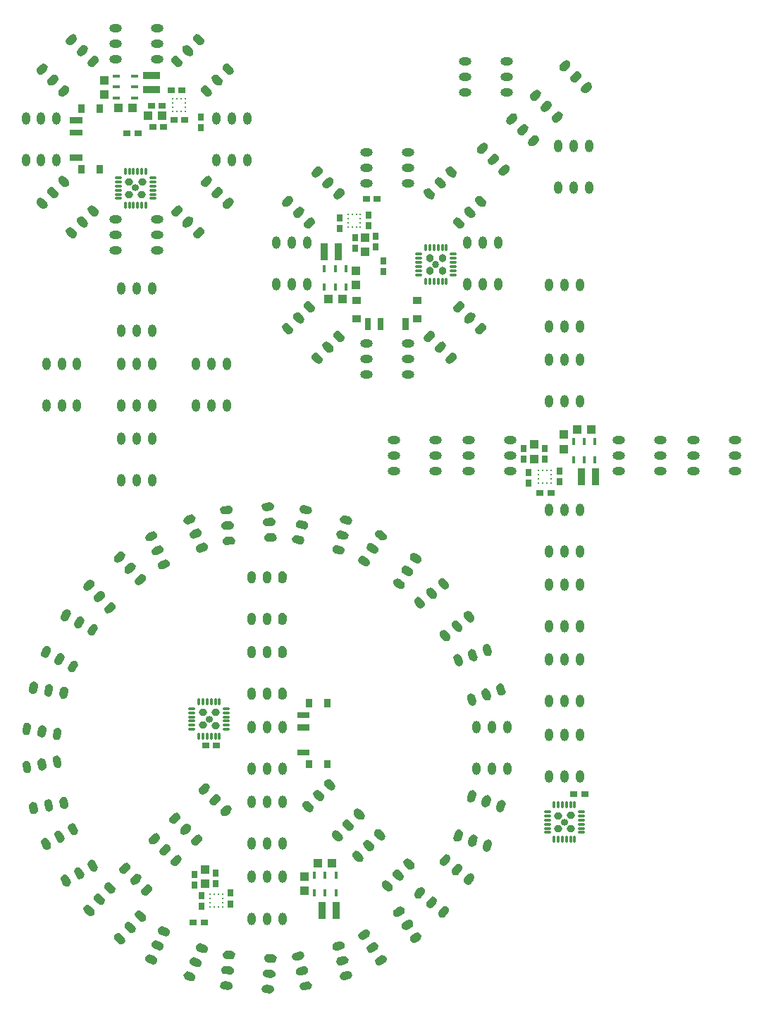
<source format=gtp>
G04 DipTrace 2.4.0.2*
%INfemalemalecrosspeace.gtp*%
%MOMM*%
%ADD20O,0.86X0.85*%
%ADD22O,0.973X0.96*%
%ADD24O,0.28X1.0*%
%ADD25O,1.0X0.28*%
%ADD29R,0.9X0.4*%
%ADD32O,1.5X1.0*%
%ADD33R,1.0X1.1*%
%ADD34R,1.1X1.0*%
%ADD35R,2.0X0.85*%
%ADD37O,1.0X1.5*%
%ADD40R,0.9X0.7*%
%ADD41R,0.7X0.9*%
%ADD42R,0.275X0.25*%
%ADD43R,0.25X0.275*%
%ADD46O,0.85X0.86*%
%ADD47O,0.96X0.973*%
%ADD49R,0.4X0.9*%
%ADD51R,0.85X2.0*%
%FSLAX53Y53*%
G04*
G71*
G90*
G75*
G01*
%LNTopPaste*%
%LPD*%
D20*
X26502Y108303D3*
D22*
X27275Y109041D3*
X25712Y109051D3*
X27265Y107508D3*
X25709Y107498D3*
D24*
X27749Y110331D3*
X27249D3*
X26749D3*
X26249D3*
X25749D3*
X25249D3*
D25*
X24449Y109531D3*
Y109031D3*
Y108531D3*
Y108031D3*
Y107531D3*
Y107031D3*
D24*
X25249Y106231D3*
X25749D3*
X26249D3*
X26749D3*
X27249D3*
X27749D3*
D25*
X28549Y107031D3*
Y107531D3*
Y108031D3*
Y108531D3*
Y109031D3*
Y109531D3*
D29*
X24193Y121724D3*
Y120424D3*
Y119124D3*
X26393D3*
Y120424D3*
Y121724D3*
D32*
X29118Y100848D3*
Y102698D3*
Y104548D3*
X24118D3*
Y102698D3*
Y100848D3*
D33*
X22758Y121254D3*
Y119554D3*
D34*
X26131Y117942D3*
X24431D3*
D35*
X28452Y121778D3*
Y120078D3*
G36*
X18615Y102389D2*
X18803Y102270D1*
X19024Y102245D1*
X19235Y102319D1*
X19392Y102476D1*
X19465Y102686D1*
X19440Y102907D1*
X19322Y103096D1*
X18968Y103449D1*
X18780Y103568D1*
X18559Y103593D1*
X18349Y103519D1*
X18192Y103362D1*
X18118Y103152D1*
X18143Y102931D1*
X18261Y102742D1*
X18615Y102389D1*
G37*
G36*
X19923Y103697D2*
X20111Y103578D1*
X20333Y103553D1*
X20543Y103627D1*
X20700Y103784D1*
X20773Y103994D1*
X20749Y104215D1*
X20630Y104404D1*
X20277Y104757D1*
X20088Y104876D1*
X19867Y104901D1*
X19657Y104827D1*
X19500Y104670D1*
X19426Y104460D1*
X19451Y104239D1*
X19570Y104050D1*
X19923Y103697D1*
G37*
G36*
X21231Y105005D2*
X21420Y104886D1*
X21641Y104862D1*
X21851Y104935D1*
X22008Y105092D1*
X22082Y105302D1*
X22057Y105524D1*
X21938Y105712D1*
X21585Y106066D1*
X21396Y106184D1*
X21175Y106209D1*
X20965Y106135D1*
X20808Y105978D1*
X20734Y105768D1*
X20759Y105547D1*
X20878Y105358D1*
X21231Y105005D1*
G37*
G36*
X17696Y108540D2*
X17884Y108422D1*
X18105Y108397D1*
X18315Y108471D1*
X18473Y108628D1*
X18546Y108838D1*
X18521Y109059D1*
X18403Y109248D1*
X18049Y109601D1*
X17861Y109719D1*
X17640Y109744D1*
X17430Y109671D1*
X17272Y109514D1*
X17199Y109304D1*
X17224Y109082D1*
X17342Y108894D1*
X17696Y108540D1*
G37*
G36*
X16388Y107232D2*
X16576Y107114D1*
X16797Y107089D1*
X17007Y107162D1*
X17164Y107320D1*
X17238Y107530D1*
X17213Y107751D1*
X17095Y107939D1*
X16741Y108293D1*
X16553Y108411D1*
X16332Y108436D1*
X16122Y108363D1*
X15964Y108205D1*
X15891Y107995D1*
X15916Y107774D1*
X16034Y107586D1*
X16388Y107232D1*
G37*
G36*
X15079Y105924D2*
X15268Y105806D1*
X15489Y105781D1*
X15699Y105854D1*
X15856Y106012D1*
X15930Y106222D1*
X15905Y106443D1*
X15787Y106631D1*
X15433Y106985D1*
X15245Y107103D1*
X15023Y107128D1*
X14813Y107055D1*
X14656Y106897D1*
X14583Y106687D1*
X14607Y106466D1*
X14726Y106278D1*
X15079Y105924D1*
G37*
D37*
X13309Y111657D3*
X15159D3*
X17009D3*
Y116657D3*
X15159D3*
X13309D3*
G36*
X14726Y122743D2*
X14607Y122555D1*
X14583Y122333D1*
X14656Y122123D1*
X14813Y121966D1*
X15023Y121893D1*
X15245Y121917D1*
X15433Y122036D1*
X15787Y122389D1*
X15905Y122578D1*
X15930Y122799D1*
X15856Y123009D1*
X15699Y123166D1*
X15489Y123240D1*
X15268Y123215D1*
X15079Y123097D1*
X14726Y122743D1*
G37*
G36*
X16034Y121435D2*
X15916Y121246D1*
X15891Y121025D1*
X15964Y120815D1*
X16122Y120658D1*
X16332Y120584D1*
X16553Y120609D1*
X16741Y120728D1*
X17095Y121081D1*
X17213Y121270D1*
X17238Y121491D1*
X17164Y121701D1*
X17007Y121858D1*
X16797Y121932D1*
X16576Y121907D1*
X16388Y121788D1*
X16034Y121435D1*
G37*
G36*
X17342Y120127D2*
X17224Y119938D1*
X17199Y119717D1*
X17272Y119507D1*
X17430Y119350D1*
X17640Y119276D1*
X17861Y119301D1*
X18049Y119420D1*
X18403Y119773D1*
X18521Y119962D1*
X18546Y120183D1*
X18473Y120393D1*
X18315Y120550D1*
X18105Y120624D1*
X17884Y120599D1*
X17696Y120480D1*
X17342Y120127D1*
G37*
G36*
X20878Y123662D2*
X20759Y123474D1*
X20734Y123253D1*
X20808Y123043D1*
X20965Y122885D1*
X21175Y122812D1*
X21396Y122837D1*
X21585Y122955D1*
X21938Y123309D1*
X22057Y123497D1*
X22082Y123718D1*
X22008Y123928D1*
X21851Y124086D1*
X21641Y124159D1*
X21420Y124134D1*
X21231Y124016D1*
X20878Y123662D1*
G37*
G36*
X19570Y124970D2*
X19451Y124782D1*
X19426Y124561D1*
X19500Y124351D1*
X19657Y124193D1*
X19867Y124120D1*
X20088Y124145D1*
X20277Y124263D1*
X20630Y124617D1*
X20749Y124805D1*
X20773Y125026D1*
X20700Y125236D1*
X20543Y125394D1*
X20333Y125467D1*
X20111Y125442D1*
X19923Y125324D1*
X19570Y124970D1*
G37*
G36*
X18261Y126278D2*
X18143Y126090D1*
X18118Y125869D1*
X18192Y125659D1*
X18349Y125502D1*
X18559Y125428D1*
X18780Y125453D1*
X18968Y125571D1*
X19322Y125925D1*
X19440Y126113D1*
X19465Y126334D1*
X19392Y126545D1*
X19235Y126702D1*
X19024Y126775D1*
X18803Y126750D1*
X18615Y126632D1*
X18261Y126278D1*
G37*
D32*
X24118Y127466D3*
Y125616D3*
Y123766D3*
X29118D3*
Y125616D3*
Y127466D3*
G36*
X34255Y126632D2*
X34067Y126750D1*
X33846Y126775D1*
X33636Y126702D1*
X33478Y126545D1*
X33405Y126335D1*
X33430Y126113D1*
X33548Y125925D1*
X33902Y125571D1*
X34090Y125453D1*
X34311Y125428D1*
X34521Y125502D1*
X34679Y125659D1*
X34752Y125869D1*
X34727Y126090D1*
X34609Y126279D1*
X34255Y126632D1*
G37*
G36*
X32947Y125324D2*
X32759Y125442D1*
X32538Y125467D1*
X32328Y125394D1*
X32170Y125236D1*
X32097Y125026D1*
X32122Y124805D1*
X32240Y124617D1*
X32594Y124263D1*
X32782Y124145D1*
X33003Y124120D1*
X33213Y124193D1*
X33370Y124351D1*
X33444Y124561D1*
X33419Y124782D1*
X33301Y124970D1*
X32947Y125324D1*
G37*
G36*
X31639Y124016D2*
X31451Y124134D1*
X31229Y124159D1*
X31019Y124086D1*
X30862Y123928D1*
X30789Y123718D1*
X30813Y123497D1*
X30932Y123309D1*
X31285Y122955D1*
X31474Y122837D1*
X31695Y122812D1*
X31905Y122885D1*
X32062Y123043D1*
X32136Y123253D1*
X32111Y123474D1*
X31993Y123662D1*
X31639Y124016D1*
G37*
G36*
X35174Y120480D2*
X34986Y120599D1*
X34765Y120624D1*
X34555Y120550D1*
X34398Y120393D1*
X34324Y120183D1*
X34349Y119962D1*
X34467Y119773D1*
X34821Y119420D1*
X35009Y119301D1*
X35230Y119276D1*
X35441Y119350D1*
X35598Y119507D1*
X35671Y119717D1*
X35646Y119938D1*
X35528Y120127D1*
X35174Y120480D1*
G37*
G36*
X36483Y121788D2*
X36294Y121907D1*
X36073Y121932D1*
X35863Y121858D1*
X35706Y121701D1*
X35632Y121491D1*
X35657Y121270D1*
X35776Y121081D1*
X36129Y120728D1*
X36317Y120609D1*
X36539Y120584D1*
X36749Y120658D1*
X36906Y120815D1*
X36979Y121025D1*
X36955Y121246D1*
X36836Y121435D1*
X36483Y121788D1*
G37*
G36*
X37791Y123097D2*
X37602Y123215D1*
X37381Y123240D1*
X37171Y123166D1*
X37014Y123009D1*
X36940Y122799D1*
X36965Y122578D1*
X37084Y122389D1*
X37437Y122036D1*
X37626Y121917D1*
X37847Y121893D1*
X38057Y121966D1*
X38214Y122123D1*
X38288Y122333D1*
X38263Y122555D1*
X38144Y122743D1*
X37791Y123097D1*
G37*
D37*
X39927Y116657D3*
X38077D3*
X36227D3*
Y111657D3*
X38077D3*
X39927D3*
G36*
X38144Y106278D2*
X38263Y106466D1*
X38288Y106687D1*
X38214Y106897D1*
X38057Y107055D1*
X37847Y107128D1*
X37626Y107103D1*
X37437Y106985D1*
X37084Y106631D1*
X36965Y106443D1*
X36940Y106222D1*
X37014Y106012D1*
X37171Y105854D1*
X37381Y105781D1*
X37602Y105806D1*
X37791Y105924D1*
X38144Y106278D1*
G37*
G36*
X36836Y107586D2*
X36955Y107774D1*
X36980Y107995D1*
X36906Y108205D1*
X36749Y108363D1*
X36539Y108436D1*
X36318Y108411D1*
X36129Y108293D1*
X35776Y107939D1*
X35657Y107751D1*
X35632Y107530D1*
X35706Y107320D1*
X35863Y107162D1*
X36073Y107089D1*
X36294Y107114D1*
X36483Y107232D1*
X36836Y107586D1*
G37*
G36*
X35528Y108894D2*
X35646Y109082D1*
X35671Y109304D1*
X35598Y109514D1*
X35441Y109671D1*
X35230Y109744D1*
X35009Y109719D1*
X34821Y109601D1*
X34467Y109248D1*
X34349Y109059D1*
X34324Y108838D1*
X34398Y108628D1*
X34555Y108471D1*
X34765Y108397D1*
X34986Y108422D1*
X35174Y108540D1*
X35528Y108894D1*
G37*
G36*
X31993Y105358D2*
X32111Y105547D1*
X32136Y105768D1*
X32062Y105978D1*
X31905Y106135D1*
X31695Y106209D1*
X31474Y106184D1*
X31285Y106066D1*
X30932Y105712D1*
X30813Y105524D1*
X30789Y105302D1*
X30862Y105092D1*
X31019Y104935D1*
X31229Y104862D1*
X31451Y104886D1*
X31639Y105005D1*
X31993Y105358D1*
G37*
G36*
X33301Y104050D2*
X33419Y104239D1*
X33444Y104460D1*
X33370Y104670D1*
X33213Y104827D1*
X33003Y104901D1*
X32782Y104876D1*
X32594Y104757D1*
X32240Y104404D1*
X32122Y104215D1*
X32097Y103994D1*
X32170Y103784D1*
X32328Y103627D1*
X32538Y103553D1*
X32759Y103578D1*
X32947Y103697D1*
X33301Y104050D1*
G37*
G36*
X34609Y102742D2*
X34727Y102931D1*
X34752Y103152D1*
X34679Y103362D1*
X34521Y103519D1*
X34311Y103593D1*
X34090Y103568D1*
X33902Y103449D1*
X33548Y103096D1*
X33430Y102907D1*
X33405Y102686D1*
X33478Y102476D1*
X33636Y102319D1*
X33846Y102245D1*
X34067Y102270D1*
X34255Y102389D1*
X34609Y102742D1*
G37*
G36*
X19592Y111038D2*
X20392D1*
Y110038D1*
X19592D1*
Y111038D1*
G37*
G36*
X21792D2*
X22592D1*
Y110038D1*
X21792D1*
Y111038D1*
G37*
G36*
Y118338D2*
X22592D1*
Y117338D1*
X21792D1*
Y118338D1*
G37*
G36*
X19592D2*
X20392D1*
Y117338D1*
X19592D1*
Y118338D1*
G37*
G36*
X18592Y116788D2*
X20092D1*
Y116088D1*
X18592D1*
Y116788D1*
G37*
G36*
Y115288D2*
X20092D1*
Y114588D1*
X18592D1*
Y115288D1*
G37*
G36*
Y112288D2*
X20092D1*
Y111588D1*
X18592D1*
Y112288D1*
G37*
D37*
X28468Y96198D3*
X26618D3*
X24768D3*
Y91198D3*
X26618D3*
X28468D3*
Y87198D3*
X26618D3*
X24768D3*
Y82198D3*
X26618D3*
X28468D3*
Y78198D3*
X26618D3*
X24768D3*
Y73198D3*
X26618D3*
X28468D3*
X15768Y82198D3*
X17618D3*
X19468D3*
Y87198D3*
X17618D3*
X15768D3*
D40*
X26774Y114850D3*
X25474D3*
D41*
X34318Y116819D3*
Y115519D3*
D40*
X32406Y116503D3*
X31106D3*
X32089Y119992D3*
X30789D3*
X29867Y115666D3*
X28567D3*
X29704Y118194D3*
X28404D3*
D34*
X29712Y116937D3*
X28012D3*
D42*
X32448Y117521D3*
Y118021D3*
Y118521D3*
Y119021D3*
D43*
X31948D3*
X31448D3*
D42*
X30948D3*
Y118521D3*
Y118021D3*
Y117521D3*
D43*
X31448D3*
X31948D3*
D37*
X37468Y87198D3*
X35618D3*
X33768D3*
Y82198D3*
X35618D3*
X37468D3*
D46*
X62571Y99116D3*
D47*
X61832Y99889D3*
X61822Y98326D3*
X63366Y99879D3*
X63375Y98322D3*
D25*
X60542Y100362D3*
Y99862D3*
Y99362D3*
Y98862D3*
Y98362D3*
Y97862D3*
D24*
X61342Y97062D3*
X61842D3*
X62342D3*
X62842D3*
X63342D3*
X63842D3*
D25*
X64642Y97862D3*
Y98362D3*
Y98862D3*
Y99362D3*
Y99862D3*
Y100362D3*
D24*
X63842Y101162D3*
X63342D3*
X62842D3*
X62342D3*
X61842D3*
X61342D3*
D49*
X49173Y96412D3*
X50473D3*
X51773D3*
Y98612D3*
X50473D3*
X49173D3*
D37*
X70026Y101732D3*
X68176D3*
X66326D3*
Y96732D3*
X68176D3*
X70026D3*
D34*
X49643Y94977D3*
X51343D3*
D33*
X52955Y98350D3*
Y96650D3*
D51*
X49118Y100671D3*
X50818D3*
G36*
X68485Y91229D2*
X68603Y91417D1*
X68628Y91638D1*
X68554Y91848D1*
X68397Y92006D1*
X68187Y92079D1*
X67966Y92054D1*
X67778Y91936D1*
X67424Y91582D1*
X67306Y91394D1*
X67281Y91173D1*
X67354Y90963D1*
X67511Y90805D1*
X67722Y90732D1*
X67943Y90757D1*
X68131Y90875D1*
X68485Y91229D1*
G37*
G36*
X67176Y92537D2*
X67295Y92725D1*
X67320Y92947D1*
X67246Y93157D1*
X67089Y93314D1*
X66879Y93387D1*
X66658Y93362D1*
X66469Y93244D1*
X66116Y92891D1*
X65997Y92702D1*
X65973Y92481D1*
X66046Y92271D1*
X66203Y92114D1*
X66413Y92040D1*
X66635Y92065D1*
X66823Y92183D1*
X67176Y92537D1*
G37*
G36*
X65868Y93845D2*
X65987Y94034D1*
X66012Y94255D1*
X65938Y94465D1*
X65781Y94622D1*
X65571Y94696D1*
X65350Y94671D1*
X65161Y94552D1*
X64808Y94199D1*
X64689Y94010D1*
X64664Y93789D1*
X64738Y93579D1*
X64895Y93422D1*
X65105Y93348D1*
X65326Y93373D1*
X65515Y93492D1*
X65868Y93845D1*
G37*
G36*
X62333Y90310D2*
X62451Y90498D1*
X62476Y90719D1*
X62403Y90929D1*
X62245Y91086D1*
X62035Y91160D1*
X61814Y91135D1*
X61626Y91017D1*
X61272Y90663D1*
X61154Y90475D1*
X61129Y90254D1*
X61202Y90044D1*
X61360Y89886D1*
X61570Y89813D1*
X61791Y89838D1*
X61979Y89956D1*
X62333Y90310D1*
G37*
G36*
X63641Y89001D2*
X63759Y89190D1*
X63784Y89411D1*
X63711Y89621D1*
X63553Y89778D1*
X63343Y89852D1*
X63122Y89827D1*
X62934Y89709D1*
X62580Y89355D1*
X62462Y89167D1*
X62437Y88945D1*
X62510Y88735D1*
X62668Y88578D1*
X62878Y88505D1*
X63099Y88529D1*
X63287Y88648D1*
X63641Y89001D1*
G37*
G36*
X64949Y87693D2*
X65067Y87882D1*
X65092Y88103D1*
X65019Y88313D1*
X64862Y88470D1*
X64652Y88544D1*
X64430Y88519D1*
X64242Y88400D1*
X63888Y88047D1*
X63770Y87858D1*
X63745Y87637D1*
X63819Y87427D1*
X63976Y87270D1*
X64186Y87196D1*
X64407Y87221D1*
X64596Y87340D1*
X64949Y87693D1*
G37*
D32*
X59217Y85923D3*
Y87773D3*
Y89623D3*
X54217D3*
Y87773D3*
Y85923D3*
G36*
X48484Y88400D2*
X48295Y88519D1*
X48074Y88544D1*
X47864Y88470D1*
X47707Y88313D1*
X47633Y88103D1*
X47658Y87882D1*
X47777Y87693D1*
X48130Y87340D1*
X48319Y87221D1*
X48540Y87196D1*
X48750Y87270D1*
X48907Y87427D1*
X48981Y87637D1*
X48956Y87858D1*
X48837Y88047D1*
X48484Y88400D1*
G37*
G36*
X49792Y89709D2*
X49604Y89827D1*
X49382Y89852D1*
X49172Y89778D1*
X49015Y89621D1*
X48942Y89411D1*
X48966Y89190D1*
X49085Y89001D1*
X49438Y88648D1*
X49627Y88529D1*
X49848Y88505D1*
X50058Y88578D1*
X50215Y88735D1*
X50289Y88945D1*
X50264Y89167D1*
X50145Y89355D1*
X49792Y89709D1*
G37*
G36*
X51100Y91017D2*
X50912Y91135D1*
X50691Y91160D1*
X50480Y91087D1*
X50323Y90929D1*
X50250Y90719D1*
X50275Y90498D1*
X50393Y90310D1*
X50747Y89956D1*
X50935Y89838D1*
X51156Y89813D1*
X51366Y89886D1*
X51523Y90044D1*
X51597Y90254D1*
X51572Y90475D1*
X51454Y90663D1*
X51100Y91017D1*
G37*
G36*
X47565Y94552D2*
X47376Y94671D1*
X47155Y94696D1*
X46945Y94622D1*
X46788Y94465D1*
X46714Y94255D1*
X46739Y94034D1*
X46857Y93845D1*
X47211Y93492D1*
X47399Y93373D1*
X47621Y93348D1*
X47831Y93422D1*
X47988Y93579D1*
X48061Y93789D1*
X48036Y94010D1*
X47918Y94199D1*
X47565Y94552D1*
G37*
G36*
X46256Y93244D2*
X46068Y93362D1*
X45847Y93387D1*
X45637Y93314D1*
X45479Y93157D1*
X45406Y92947D1*
X45431Y92725D1*
X45549Y92537D1*
X45903Y92183D1*
X46091Y92065D1*
X46312Y92040D1*
X46522Y92114D1*
X46680Y92271D1*
X46753Y92481D1*
X46728Y92702D1*
X46610Y92891D1*
X46256Y93244D1*
G37*
G36*
X44948Y91936D2*
X44760Y92054D1*
X44539Y92079D1*
X44329Y92006D1*
X44171Y91848D1*
X44098Y91638D1*
X44123Y91417D1*
X44241Y91229D1*
X44595Y90875D1*
X44783Y90757D1*
X45004Y90732D1*
X45214Y90805D1*
X45372Y90963D1*
X45445Y91173D1*
X45420Y91394D1*
X45302Y91582D1*
X44948Y91936D1*
G37*
D37*
X43407Y96732D3*
X45257D3*
X47107D3*
Y101732D3*
X45257D3*
X43407D3*
G36*
X44241Y106869D2*
X44123Y106681D1*
X44098Y106460D1*
X44171Y106250D1*
X44329Y106092D1*
X44539Y106019D1*
X44760Y106044D1*
X44948Y106162D1*
X45302Y106516D1*
X45420Y106704D1*
X45445Y106925D1*
X45372Y107135D1*
X45214Y107292D1*
X45004Y107366D1*
X44783Y107341D1*
X44595Y107223D1*
X44241Y106869D1*
G37*
G36*
X45549Y105561D2*
X45431Y105373D1*
X45406Y105151D1*
X45479Y104941D1*
X45637Y104784D1*
X45847Y104711D1*
X46068Y104735D1*
X46256Y104854D1*
X46610Y105207D1*
X46728Y105396D1*
X46753Y105617D1*
X46680Y105827D1*
X46522Y105984D1*
X46312Y106058D1*
X46091Y106033D1*
X45903Y105915D1*
X45549Y105561D1*
G37*
G36*
X46857Y104253D2*
X46739Y104064D1*
X46714Y103843D1*
X46788Y103633D1*
X46945Y103476D1*
X47155Y103402D1*
X47376Y103427D1*
X47565Y103546D1*
X47918Y103899D1*
X48037Y104088D1*
X48061Y104309D1*
X47988Y104519D1*
X47831Y104676D1*
X47621Y104750D1*
X47399Y104725D1*
X47211Y104606D1*
X46857Y104253D1*
G37*
G36*
X50393Y107788D2*
X50275Y107600D1*
X50250Y107379D1*
X50323Y107169D1*
X50481Y107011D1*
X50691Y106938D1*
X50912Y106963D1*
X51100Y107081D1*
X51454Y107435D1*
X51572Y107623D1*
X51597Y107844D1*
X51523Y108054D1*
X51366Y108212D1*
X51156Y108285D1*
X50935Y108260D1*
X50747Y108142D1*
X50393Y107788D1*
G37*
G36*
X49085Y109097D2*
X48966Y108908D1*
X48942Y108687D1*
X49015Y108477D1*
X49172Y108320D1*
X49382Y108246D1*
X49604Y108271D1*
X49792Y108389D1*
X50145Y108743D1*
X50264Y108931D1*
X50289Y109153D1*
X50215Y109363D1*
X50058Y109520D1*
X49848Y109593D1*
X49627Y109568D1*
X49438Y109450D1*
X49085Y109097D1*
G37*
G36*
X47777Y110405D2*
X47658Y110216D1*
X47633Y109995D1*
X47707Y109785D1*
X47864Y109628D1*
X48074Y109554D1*
X48295Y109579D1*
X48484Y109698D1*
X48837Y110051D1*
X48956Y110240D1*
X48981Y110461D1*
X48907Y110671D1*
X48750Y110828D1*
X48540Y110902D1*
X48319Y110877D1*
X48130Y110758D1*
X47777Y110405D1*
G37*
D32*
X54217Y112541D3*
Y110691D3*
Y108841D3*
X59217D3*
Y110691D3*
Y112541D3*
G36*
X64242Y109698D2*
X64430Y109579D1*
X64651Y109554D1*
X64861Y109628D1*
X65019Y109785D1*
X65092Y109995D1*
X65067Y110216D1*
X64949Y110405D1*
X64595Y110758D1*
X64407Y110877D1*
X64186Y110902D1*
X63976Y110828D1*
X63819Y110671D1*
X63745Y110461D1*
X63770Y110240D1*
X63888Y110051D1*
X64242Y109698D1*
G37*
G36*
X62934Y108389D2*
X63122Y108271D1*
X63343Y108246D1*
X63553Y108320D1*
X63711Y108477D1*
X63784Y108687D1*
X63759Y108908D1*
X63641Y109097D1*
X63287Y109450D1*
X63099Y109568D1*
X62878Y109593D1*
X62668Y109520D1*
X62510Y109363D1*
X62437Y109153D1*
X62462Y108931D1*
X62580Y108743D1*
X62934Y108389D1*
G37*
G36*
X61626Y107081D2*
X61814Y106963D1*
X62035Y106938D1*
X62245Y107011D1*
X62403Y107169D1*
X62476Y107379D1*
X62451Y107600D1*
X62333Y107788D1*
X61979Y108142D1*
X61791Y108260D1*
X61570Y108285D1*
X61360Y108212D1*
X61202Y108054D1*
X61129Y107844D1*
X61154Y107623D1*
X61272Y107435D1*
X61626Y107081D1*
G37*
G36*
X65161Y103546D2*
X65350Y103427D1*
X65571Y103402D1*
X65781Y103476D1*
X65938Y103633D1*
X66012Y103843D1*
X65987Y104064D1*
X65868Y104253D1*
X65515Y104606D1*
X65326Y104725D1*
X65105Y104750D1*
X64895Y104676D1*
X64738Y104519D1*
X64664Y104309D1*
X64689Y104088D1*
X64808Y103899D1*
X65161Y103546D1*
G37*
G36*
X66469Y104854D2*
X66658Y104735D1*
X66879Y104711D1*
X67089Y104784D1*
X67246Y104941D1*
X67320Y105151D1*
X67295Y105373D1*
X67176Y105561D1*
X66823Y105915D1*
X66634Y106033D1*
X66413Y106058D1*
X66203Y105984D1*
X66046Y105827D1*
X65972Y105617D1*
X65997Y105396D1*
X66116Y105207D1*
X66469Y104854D1*
G37*
G36*
X67777Y106162D2*
X67966Y106044D1*
X68187Y106019D1*
X68397Y106092D1*
X68554Y106250D1*
X68628Y106460D1*
X68603Y106681D1*
X68485Y106869D1*
X68131Y107223D1*
X67943Y107341D1*
X67721Y107366D1*
X67511Y107292D1*
X67354Y107135D1*
X67281Y106925D1*
X67305Y106704D1*
X67424Y106516D1*
X67777Y106162D1*
G37*
G36*
X60835Y93006D2*
Y92206D1*
X59835D1*
Y93006D1*
X60835D1*
G37*
G36*
Y95206D2*
Y94406D1*
X59835D1*
Y95206D1*
X60835D1*
G37*
G36*
X53535D2*
Y94406D1*
X52535D1*
Y95206D1*
X53535D1*
G37*
G36*
Y93006D2*
Y92206D1*
X52535D1*
Y93006D1*
X53535D1*
G37*
G36*
X54785Y92706D2*
Y91206D1*
X54085D1*
Y92706D1*
X54785D1*
G37*
G36*
X56285D2*
Y91206D1*
X55585D1*
Y92706D1*
X56285D1*
G37*
G36*
X59285D2*
Y91206D1*
X58585D1*
Y92706D1*
X59285D1*
G37*
G36*
X67636Y113233D2*
X67518Y113045D1*
X67493Y112824D1*
X67566Y112614D1*
X67724Y112456D1*
X67934Y112383D1*
X68155Y112408D1*
X68343Y112526D1*
X68697Y112880D1*
X68815Y113068D1*
X68840Y113289D1*
X68767Y113499D1*
X68609Y113657D1*
X68399Y113730D1*
X68178Y113705D1*
X67990Y113587D1*
X67636Y113233D1*
G37*
G36*
X68944Y111925D2*
X68826Y111737D1*
X68801Y111516D1*
X68874Y111306D1*
X69032Y111148D1*
X69242Y111075D1*
X69463Y111100D1*
X69651Y111218D1*
X70005Y111572D1*
X70123Y111760D1*
X70148Y111981D1*
X70075Y112191D1*
X69917Y112349D1*
X69707Y112422D1*
X69486Y112397D1*
X69298Y112279D1*
X68944Y111925D1*
G37*
G36*
X70252Y110617D2*
X70134Y110429D1*
X70109Y110208D1*
X70183Y109998D1*
X70340Y109840D1*
X70550Y109767D1*
X70771Y109792D1*
X70959Y109910D1*
X71313Y110264D1*
X71431Y110452D1*
X71456Y110673D1*
X71383Y110883D1*
X71226Y111040D1*
X71015Y111114D1*
X70794Y111089D1*
X70606Y110971D1*
X70252Y110617D1*
G37*
G36*
X73788Y114153D2*
X73670Y113964D1*
X73645Y113743D1*
X73718Y113533D1*
X73875Y113376D1*
X74085Y113302D1*
X74307Y113327D1*
X74495Y113446D1*
X74849Y113799D1*
X74967Y113988D1*
X74992Y114209D1*
X74918Y114419D1*
X74761Y114576D1*
X74551Y114650D1*
X74330Y114625D1*
X74141Y114506D1*
X73788Y114153D1*
G37*
G36*
X72480Y115461D2*
X72361Y115272D1*
X72336Y115051D1*
X72410Y114841D1*
X72567Y114684D1*
X72777Y114610D1*
X72998Y114635D1*
X73187Y114754D1*
X73540Y115107D1*
X73659Y115296D1*
X73684Y115517D1*
X73610Y115727D1*
X73453Y115884D1*
X73243Y115958D1*
X73022Y115933D1*
X72833Y115814D1*
X72480Y115461D1*
G37*
G36*
X71172Y116769D2*
X71053Y116581D1*
X71028Y116359D1*
X71102Y116149D1*
X71259Y115992D1*
X71469Y115919D1*
X71690Y115943D1*
X71879Y116062D1*
X72232Y116415D1*
X72351Y116604D1*
X72376Y116825D1*
X72302Y117035D1*
X72145Y117192D1*
X71935Y117266D1*
X71714Y117241D1*
X71525Y117122D1*
X71172Y116769D1*
G37*
G36*
X75061Y119244D2*
X75179Y119432D1*
X75204Y119653D1*
X75131Y119863D1*
X74973Y120021D1*
X74763Y120094D1*
X74542Y120069D1*
X74354Y119951D1*
X74000Y119597D1*
X73882Y119409D1*
X73857Y119188D1*
X73930Y118978D1*
X74088Y118820D1*
X74298Y118747D1*
X74519Y118772D1*
X74707Y118890D1*
X75061Y119244D1*
G37*
G36*
X76369Y117936D2*
X76487Y118124D1*
X76512Y118345D1*
X76439Y118555D1*
X76281Y118713D1*
X76071Y118786D1*
X75850Y118761D1*
X75662Y118643D1*
X75308Y118289D1*
X75190Y118101D1*
X75165Y117880D1*
X75238Y117670D1*
X75396Y117512D1*
X75606Y117439D1*
X75827Y117464D1*
X76015Y117582D1*
X76369Y117936D1*
G37*
G36*
X77677Y116628D2*
X77795Y116816D1*
X77820Y117037D1*
X77747Y117247D1*
X77590Y117404D1*
X77379Y117478D1*
X77158Y117453D1*
X76970Y117335D1*
X76616Y116981D1*
X76498Y116793D1*
X76473Y116572D1*
X76547Y116362D1*
X76704Y116204D1*
X76914Y116131D1*
X77135Y116156D1*
X77323Y116274D1*
X77677Y116628D1*
G37*
G36*
X81213Y120163D2*
X81331Y120352D1*
X81356Y120573D1*
X81282Y120783D1*
X81125Y120940D1*
X80915Y121014D1*
X80694Y120989D1*
X80505Y120870D1*
X80152Y120517D1*
X80034Y120328D1*
X80009Y120107D1*
X80082Y119897D1*
X80239Y119740D1*
X80449Y119666D1*
X80671Y119691D1*
X80859Y119810D1*
X81213Y120163D1*
G37*
G36*
X79904Y121471D2*
X80023Y121660D1*
X80048Y121881D1*
X79974Y122091D1*
X79817Y122248D1*
X79607Y122322D1*
X79386Y122297D1*
X79197Y122178D1*
X78844Y121825D1*
X78725Y121636D1*
X78700Y121415D1*
X78774Y121205D1*
X78931Y121048D1*
X79141Y120974D1*
X79362Y120999D1*
X79551Y121118D1*
X79904Y121471D1*
G37*
G36*
X78596Y122779D2*
X78715Y122968D1*
X78740Y123189D1*
X78666Y123399D1*
X78509Y123556D1*
X78299Y123630D1*
X78078Y123605D1*
X77889Y123486D1*
X77536Y123133D1*
X77417Y122945D1*
X77392Y122723D1*
X77466Y122513D1*
X77623Y122356D1*
X77833Y122283D1*
X78054Y122307D1*
X78243Y122426D1*
X78596Y122779D1*
G37*
D32*
X71106Y119782D3*
Y121632D3*
Y123482D3*
X66106D3*
Y121632D3*
Y119782D3*
D37*
X77266Y108380D3*
X79116D3*
X80966D3*
Y113380D3*
X79116D3*
X77266D3*
D40*
X54214Y106967D3*
X55514D3*
D41*
X54531Y105055D3*
Y103755D3*
X51041Y104738D3*
Y103438D3*
X55367Y102516D3*
Y101216D3*
X52840Y102353D3*
Y101053D3*
D33*
X54097Y102361D3*
Y100661D3*
D43*
X53513Y105097D3*
X53013D3*
X52513D3*
X52013D3*
D42*
Y104597D3*
Y104097D3*
D43*
Y103597D3*
X52513D3*
X53013D3*
X53513D3*
D42*
Y104097D3*
Y104597D3*
D41*
X56226Y99532D3*
Y98232D3*
D20*
X78000Y32150D3*
D22*
X77227Y31412D3*
X78790Y31402D3*
X77237Y32945D3*
X78794Y32955D3*
D24*
X76754Y30122D3*
X77254D3*
X77754D3*
X78254D3*
X78754D3*
X79254D3*
D25*
X80054Y30922D3*
Y31422D3*
Y31922D3*
Y32422D3*
Y32922D3*
Y33422D3*
D24*
X79254Y34222D3*
X78754D3*
X78254D3*
X77754D3*
X77254D3*
X76754D3*
D25*
X75954Y33422D3*
Y32922D3*
Y32422D3*
Y31922D3*
Y31422D3*
Y30922D3*
D49*
X81685Y77860D3*
X80385D3*
X79085D3*
Y75660D3*
X80385D3*
X81685D3*
D37*
X76154Y37672D3*
X78004D3*
X79854D3*
Y42672D3*
X78004D3*
X76154D3*
D34*
X81215Y79295D3*
X79515D3*
D33*
X77904Y76970D3*
Y78670D3*
D51*
X81740Y73602D3*
X80040D3*
D37*
X76154Y46672D3*
X78004D3*
X79854D3*
Y51672D3*
X78004D3*
X76154D3*
Y55672D3*
X78004D3*
X79854D3*
Y60672D3*
X78004D3*
X76154D3*
Y64672D3*
X78004D3*
X79854D3*
Y69672D3*
X78004D3*
X76154D3*
D32*
X71504Y74322D3*
Y76172D3*
Y78022D3*
X66504D3*
Y76172D3*
Y74322D3*
X62504D3*
Y76172D3*
Y78022D3*
X57504D3*
Y76172D3*
Y74322D3*
D37*
X76154Y82672D3*
X78004D3*
X79854D3*
Y87672D3*
X78004D3*
X76154D3*
Y91672D3*
X78004D3*
X79854D3*
Y96672D3*
X78004D3*
X76154D3*
D32*
X84504Y78022D3*
Y76172D3*
Y74322D3*
X89504D3*
Y76172D3*
Y78022D3*
X93504D3*
Y76172D3*
Y74322D3*
X98504D3*
Y76172D3*
Y78022D3*
D40*
X76389Y71647D3*
X75089D3*
D41*
X73743Y72841D3*
Y74141D3*
X77413Y73008D3*
Y74308D3*
X73110Y75730D3*
Y77030D3*
X75649Y75743D3*
Y77043D3*
D33*
X74375Y75784D3*
Y77484D3*
D43*
X74898Y72885D3*
X75398D3*
X75898D3*
X76398D3*
D42*
Y73385D3*
Y73885D3*
D43*
Y74385D3*
X75898D3*
X75398D3*
X74898D3*
D42*
Y73885D3*
Y73385D3*
D40*
X79156Y35553D3*
X80456D3*
D20*
X35327Y44528D3*
D22*
X34553Y43789D3*
X36117Y43779D3*
X34563Y45323D3*
X36120Y45332D3*
D24*
X34080Y42499D3*
X34580D3*
X35080D3*
X35580D3*
X36080D3*
X36580D3*
D25*
X37380Y43299D3*
Y43799D3*
Y44299D3*
Y44799D3*
Y45299D3*
Y45799D3*
D24*
X36580Y46599D3*
X36080D3*
X35580D3*
X35080D3*
X34580D3*
X34080D3*
D25*
X33280Y45799D3*
Y45299D3*
Y44799D3*
Y44299D3*
Y43799D3*
Y43299D3*
D49*
X50575Y25835D3*
X49275D3*
X47975D3*
Y23635D3*
X49275D3*
X50575D3*
D37*
X40433Y20584D3*
X42283D3*
X44133D3*
Y25584D3*
X42283D3*
X40433D3*
D34*
X50105Y27270D3*
X48405D3*
D33*
X46793Y23897D3*
Y25597D3*
D51*
X50630Y21577D3*
X48930D3*
D37*
X40433Y29584D3*
X42283D3*
X44133D3*
Y34584D3*
X42283D3*
X40433D3*
Y38584D3*
X42283D3*
X44133D3*
Y43584D3*
X42283D3*
X40433D3*
G36*
X40933Y47834D2*
X40884Y48051D1*
X40745Y48225D1*
X40545Y48322D1*
X40322D1*
X40122Y48225D1*
X39983Y48051D1*
X39933Y47834D1*
Y47334D1*
X39983Y47117D1*
X40122Y46943D1*
X40322Y46847D1*
X40545D1*
X40745Y46943D1*
X40884Y47117D1*
X40933Y47334D1*
Y47834D1*
G37*
G36*
X42783D2*
X42734Y48051D1*
X42595Y48225D1*
X42395Y48322D1*
X42172D1*
X41972Y48225D1*
X41833Y48051D1*
X41783Y47834D1*
Y47334D1*
X41833Y47117D1*
X41972Y46943D1*
X42172Y46847D1*
X42395D1*
X42595Y46943D1*
X42734Y47117D1*
X42783Y47334D1*
Y47834D1*
G37*
G36*
X44633D2*
X44584Y48051D1*
X44445Y48225D1*
X44245Y48322D1*
X44022D1*
X43822Y48225D1*
X43683Y48051D1*
X43633Y47834D1*
Y47334D1*
X43683Y47117D1*
X43822Y46943D1*
X44022Y46847D1*
X44245D1*
X44445Y46943D1*
X44584Y47117D1*
X44633Y47334D1*
Y47834D1*
G37*
G36*
Y52834D2*
X44584Y53051D1*
X44445Y53225D1*
X44245Y53322D1*
X44022D1*
X43822Y53225D1*
X43683Y53051D1*
X43633Y52834D1*
Y52334D1*
X43683Y52117D1*
X43822Y51943D1*
X44022Y51847D1*
X44245D1*
X44445Y51943D1*
X44584Y52117D1*
X44633Y52334D1*
Y52834D1*
G37*
G36*
X42783D2*
X42734Y53051D1*
X42595Y53225D1*
X42395Y53322D1*
X42172D1*
X41972Y53225D1*
X41833Y53051D1*
X41783Y52834D1*
Y52334D1*
X41833Y52117D1*
X41972Y51943D1*
X42172Y51847D1*
X42395D1*
X42595Y51943D1*
X42734Y52117D1*
X42783Y52334D1*
Y52834D1*
G37*
G36*
X40933D2*
X40884Y53051D1*
X40745Y53225D1*
X40545Y53322D1*
X40322D1*
X40122Y53225D1*
X39983Y53051D1*
X39933Y52834D1*
Y52334D1*
X39983Y52117D1*
X40122Y51943D1*
X40322Y51847D1*
X40545D1*
X40745Y51943D1*
X40884Y52117D1*
X40933Y52334D1*
Y52834D1*
G37*
G36*
Y56834D2*
X40884Y57051D1*
X40745Y57225D1*
X40545Y57322D1*
X40322D1*
X40122Y57225D1*
X39983Y57051D1*
X39933Y56834D1*
Y56334D1*
X39983Y56117D1*
X40122Y55943D1*
X40322Y55847D1*
X40545D1*
X40745Y55943D1*
X40884Y56117D1*
X40933Y56334D1*
Y56834D1*
G37*
G36*
X42783D2*
X42734Y57051D1*
X42595Y57225D1*
X42395Y57322D1*
X42172D1*
X41972Y57225D1*
X41833Y57051D1*
X41783Y56834D1*
Y56334D1*
X41833Y56117D1*
X41972Y55943D1*
X42172Y55847D1*
X42395D1*
X42595Y55943D1*
X42734Y56117D1*
X42783Y56334D1*
Y56834D1*
G37*
G36*
X44633D2*
X44584Y57051D1*
X44445Y57225D1*
X44245Y57322D1*
X44022D1*
X43822Y57225D1*
X43683Y57051D1*
X43633Y56834D1*
Y56334D1*
X43683Y56117D1*
X43822Y55943D1*
X44022Y55847D1*
X44245D1*
X44445Y55943D1*
X44584Y56117D1*
X44633Y56334D1*
Y56834D1*
G37*
G36*
Y61834D2*
X44584Y62051D1*
X44445Y62225D1*
X44245Y62322D1*
X44022D1*
X43822Y62225D1*
X43683Y62051D1*
X43633Y61834D1*
Y61334D1*
X43683Y61117D1*
X43822Y60943D1*
X44022Y60847D1*
X44245D1*
X44445Y60943D1*
X44584Y61117D1*
X44633Y61334D1*
Y61834D1*
G37*
G36*
X42783D2*
X42734Y62051D1*
X42595Y62225D1*
X42395Y62322D1*
X42172D1*
X41972Y62225D1*
X41833Y62051D1*
X41783Y61834D1*
Y61334D1*
X41833Y61117D1*
X41972Y60943D1*
X42172Y60847D1*
X42395D1*
X42595Y60943D1*
X42734Y61117D1*
X42783Y61334D1*
Y61834D1*
G37*
G36*
X40933D2*
X40884Y62051D1*
X40745Y62225D1*
X40545Y62322D1*
X40322D1*
X40122Y62225D1*
X39983Y62051D1*
X39933Y61834D1*
Y61334D1*
X39983Y61117D1*
X40122Y60943D1*
X40322Y60847D1*
X40545D1*
X40745Y60943D1*
X40884Y61117D1*
X40933Y61334D1*
Y61834D1*
G37*
G36*
X36829Y33721D2*
X36711Y33532D1*
X36686Y33311D1*
X36759Y33101D1*
X36916Y32944D1*
X37127Y32870D1*
X37348Y32895D1*
X37536Y33014D1*
X37890Y33367D1*
X38008Y33555D1*
X38033Y33777D1*
X37959Y33987D1*
X37802Y34144D1*
X37592Y34217D1*
X37371Y34193D1*
X37183Y34074D1*
X36829Y33721D1*
G37*
G36*
X35521Y35029D2*
X35402Y34840D1*
X35378Y34619D1*
X35451Y34409D1*
X35608Y34252D1*
X35818Y34178D1*
X36040Y34203D1*
X36228Y34322D1*
X36581Y34675D1*
X36700Y34864D1*
X36725Y35085D1*
X36651Y35295D1*
X36494Y35452D1*
X36284Y35526D1*
X36063Y35501D1*
X35874Y35382D1*
X35521Y35029D1*
G37*
G36*
X34213Y36337D2*
X34094Y36148D1*
X34069Y35927D1*
X34143Y35717D1*
X34300Y35560D1*
X34510Y35486D1*
X34731Y35511D1*
X34920Y35630D1*
X35273Y35983D1*
X35392Y36172D1*
X35417Y36393D1*
X35343Y36603D1*
X35186Y36760D1*
X34976Y36834D1*
X34755Y36809D1*
X34566Y36690D1*
X34213Y36337D1*
G37*
G36*
X30677Y32801D2*
X30559Y32613D1*
X30534Y32392D1*
X30607Y32182D1*
X30765Y32024D1*
X30975Y31951D1*
X31196Y31976D1*
X31384Y32094D1*
X31738Y32448D1*
X31856Y32636D1*
X31881Y32857D1*
X31808Y33067D1*
X31650Y33225D1*
X31440Y33298D1*
X31219Y33273D1*
X31031Y33155D1*
X30677Y32801D1*
G37*
G36*
X31985Y31493D2*
X31867Y31305D1*
X31842Y31084D1*
X31915Y30874D1*
X32073Y30716D1*
X32283Y30643D1*
X32504Y30668D1*
X32692Y30786D1*
X33046Y31140D1*
X33164Y31328D1*
X33189Y31549D1*
X33116Y31759D1*
X32958Y31917D1*
X32748Y31990D1*
X32527Y31965D1*
X32339Y31847D1*
X31985Y31493D1*
G37*
G36*
X33293Y30185D2*
X33175Y29997D1*
X33150Y29776D1*
X33224Y29566D1*
X33381Y29408D1*
X33591Y29335D1*
X33812Y29360D1*
X34001Y29478D1*
X34354Y29832D1*
X34472Y30020D1*
X34497Y30241D1*
X34424Y30451D1*
X34267Y30608D1*
X34057Y30682D1*
X33835Y30657D1*
X33647Y30539D1*
X33293Y30185D1*
G37*
G36*
X30829Y27721D2*
X30711Y27532D1*
X30686Y27311D1*
X30759Y27101D1*
X30916Y26944D1*
X31127Y26870D1*
X31348Y26895D1*
X31536Y27014D1*
X31890Y27367D1*
X32008Y27555D1*
X32033Y27777D1*
X31959Y27987D1*
X31802Y28144D1*
X31592Y28217D1*
X31371Y28193D1*
X31183Y28074D1*
X30829Y27721D1*
G37*
G36*
X29521Y29029D2*
X29402Y28840D1*
X29378Y28619D1*
X29451Y28409D1*
X29608Y28252D1*
X29818Y28178D1*
X30040Y28203D1*
X30228Y28322D1*
X30581Y28675D1*
X30700Y28864D1*
X30725Y29085D1*
X30651Y29295D1*
X30494Y29452D1*
X30284Y29526D1*
X30063Y29501D1*
X29874Y29382D1*
X29521Y29029D1*
G37*
G36*
X28213Y30337D2*
X28094Y30148D1*
X28069Y29927D1*
X28143Y29717D1*
X28300Y29560D1*
X28510Y29486D1*
X28731Y29511D1*
X28920Y29630D1*
X29273Y29983D1*
X29392Y30172D1*
X29417Y30393D1*
X29343Y30603D1*
X29186Y30760D1*
X28976Y30834D1*
X28755Y30809D1*
X28566Y30690D1*
X28213Y30337D1*
G37*
G36*
X24677Y26801D2*
X24559Y26613D1*
X24534Y26392D1*
X24607Y26182D1*
X24765Y26024D1*
X24975Y25951D1*
X25196Y25976D1*
X25384Y26094D1*
X25738Y26448D1*
X25856Y26636D1*
X25881Y26857D1*
X25808Y27067D1*
X25650Y27225D1*
X25440Y27298D1*
X25219Y27273D1*
X25031Y27155D1*
X24677Y26801D1*
G37*
G36*
X25985Y25493D2*
X25867Y25305D1*
X25842Y25084D1*
X25915Y24874D1*
X26073Y24716D1*
X26283Y24643D1*
X26504Y24668D1*
X26692Y24786D1*
X27046Y25140D1*
X27164Y25328D1*
X27189Y25549D1*
X27116Y25759D1*
X26958Y25917D1*
X26748Y25990D1*
X26527Y25965D1*
X26339Y25847D1*
X25985Y25493D1*
G37*
G36*
X27293Y24185D2*
X27175Y23997D1*
X27150Y23776D1*
X27224Y23566D1*
X27381Y23408D1*
X27591Y23335D1*
X27812Y23360D1*
X28001Y23478D1*
X28354Y23832D1*
X28472Y24020D1*
X28497Y24241D1*
X28424Y24451D1*
X28267Y24608D1*
X28057Y24682D1*
X27835Y24657D1*
X27647Y24539D1*
X27293Y24185D1*
G37*
G36*
X56560Y23975D2*
X56748Y23857D1*
X56970Y23832D1*
X57180Y23905D1*
X57337Y24063D1*
X57410Y24273D1*
X57385Y24494D1*
X57267Y24682D1*
X56914Y25036D1*
X56725Y25154D1*
X56504Y25179D1*
X56294Y25106D1*
X56137Y24948D1*
X56063Y24738D1*
X56088Y24517D1*
X56206Y24329D1*
X56560Y23975D1*
G37*
G36*
X57868Y25283D2*
X58057Y25165D1*
X58278Y25140D1*
X58488Y25214D1*
X58645Y25371D1*
X58719Y25581D1*
X58694Y25802D1*
X58575Y25990D1*
X58222Y26344D1*
X58033Y26462D1*
X57812Y26487D1*
X57602Y26414D1*
X57445Y26257D1*
X57371Y26046D1*
X57396Y25825D1*
X57515Y25637D1*
X57868Y25283D1*
G37*
G36*
X59176Y26592D2*
X59365Y26473D1*
X59586Y26448D1*
X59796Y26522D1*
X59953Y26679D1*
X60027Y26889D1*
X60002Y27110D1*
X59883Y27299D1*
X59530Y27652D1*
X59341Y27771D1*
X59120Y27796D1*
X58910Y27722D1*
X58753Y27565D1*
X58679Y27355D1*
X58704Y27134D1*
X58823Y26945D1*
X59176Y26592D1*
G37*
G36*
X55641Y30127D2*
X55829Y30009D1*
X56050Y29984D1*
X56260Y30057D1*
X56418Y30215D1*
X56491Y30425D1*
X56466Y30646D1*
X56348Y30834D1*
X55994Y31188D1*
X55806Y31306D1*
X55585Y31331D1*
X55375Y31258D1*
X55217Y31100D1*
X55144Y30890D1*
X55169Y30669D1*
X55287Y30481D1*
X55641Y30127D1*
G37*
G36*
X54333Y28819D2*
X54521Y28701D1*
X54742Y28676D1*
X54952Y28749D1*
X55109Y28906D1*
X55183Y29116D1*
X55158Y29338D1*
X55040Y29526D1*
X54686Y29880D1*
X54498Y29998D1*
X54277Y30023D1*
X54067Y29949D1*
X53909Y29792D1*
X53836Y29582D1*
X53861Y29361D1*
X53979Y29172D1*
X54333Y28819D1*
G37*
G36*
X53024Y27511D2*
X53213Y27392D1*
X53434Y27367D1*
X53644Y27441D1*
X53801Y27598D1*
X53875Y27808D1*
X53850Y28029D1*
X53732Y28218D1*
X53378Y28571D1*
X53190Y28690D1*
X52968Y28715D1*
X52758Y28641D1*
X52601Y28484D1*
X52528Y28274D1*
X52552Y28053D1*
X52671Y27864D1*
X53024Y27511D1*
G37*
G36*
X46914Y39632D2*
X47714D1*
Y38632D1*
X46914D1*
Y39632D1*
G37*
G36*
X49114D2*
X49914D1*
Y38632D1*
X49114D1*
Y39632D1*
G37*
G36*
Y46932D2*
X49914D1*
Y45932D1*
X49114D1*
Y46932D1*
G37*
G36*
X46914D2*
X47714D1*
Y45932D1*
X46914D1*
Y46932D1*
G37*
G36*
X45914Y45382D2*
X47414D1*
Y44682D1*
X45914D1*
Y45382D1*
G37*
G36*
Y43882D2*
X47414D1*
Y43182D1*
X45914D1*
Y43882D1*
G37*
G36*
Y40882D2*
X47414D1*
Y40182D1*
X45914D1*
Y40882D1*
G37*
D40*
X34936Y41360D3*
X36236D3*
X34730Y20133D3*
X33430D3*
D41*
X34414Y22045D3*
Y23345D3*
X37904Y22362D3*
Y23662D3*
X33578Y24584D3*
Y25884D3*
X36105Y24747D3*
Y26047D3*
D33*
X34848Y24738D3*
Y26438D3*
D43*
X35432Y22003D3*
X35932D3*
X36432D3*
X36932D3*
D42*
Y22503D3*
Y23003D3*
D43*
Y23503D3*
X36432D3*
X35932D3*
X35432D3*
D42*
Y23003D3*
Y22503D3*
G36*
X50560Y29975D2*
X50748Y29857D1*
X50970Y29832D1*
X51180Y29905D1*
X51337Y30063D1*
X51410Y30273D1*
X51385Y30494D1*
X51267Y30682D1*
X50914Y31036D1*
X50725Y31154D1*
X50504Y31179D1*
X50294Y31106D1*
X50137Y30948D1*
X50063Y30738D1*
X50088Y30517D1*
X50206Y30329D1*
X50560Y29975D1*
G37*
G36*
X51868Y31283D2*
X52057Y31165D1*
X52278Y31140D1*
X52488Y31214D1*
X52645Y31371D1*
X52719Y31581D1*
X52694Y31802D1*
X52575Y31991D1*
X52222Y32344D1*
X52033Y32462D1*
X51812Y32487D1*
X51602Y32414D1*
X51445Y32257D1*
X51371Y32047D1*
X51396Y31825D1*
X51515Y31637D1*
X51868Y31283D1*
G37*
G36*
X53176Y32592D2*
X53365Y32473D1*
X53586Y32448D1*
X53796Y32522D1*
X53953Y32679D1*
X54027Y32889D1*
X54002Y33110D1*
X53883Y33299D1*
X53530Y33652D1*
X53341Y33771D1*
X53120Y33796D1*
X52910Y33722D1*
X52753Y33565D1*
X52679Y33355D1*
X52704Y33134D1*
X52823Y32945D1*
X53176Y32592D1*
G37*
G36*
X49641Y36127D2*
X49829Y36009D1*
X50050Y35984D1*
X50260Y36057D1*
X50418Y36215D1*
X50491Y36425D1*
X50466Y36646D1*
X50348Y36834D1*
X49994Y37188D1*
X49806Y37306D1*
X49585Y37331D1*
X49375Y37258D1*
X49217Y37100D1*
X49144Y36890D1*
X49169Y36669D1*
X49287Y36481D1*
X49641Y36127D1*
G37*
G36*
X48333Y34819D2*
X48521Y34701D1*
X48742Y34676D1*
X48952Y34749D1*
X49109Y34906D1*
X49183Y35117D1*
X49158Y35338D1*
X49040Y35526D1*
X48686Y35880D1*
X48498Y35998D1*
X48277Y36023D1*
X48067Y35949D1*
X47909Y35792D1*
X47836Y35582D1*
X47861Y35361D1*
X47979Y35173D1*
X48333Y34819D1*
G37*
G36*
X47024Y33511D2*
X47213Y33392D1*
X47434Y33368D1*
X47644Y33441D1*
X47801Y33598D1*
X47875Y33808D1*
X47850Y34030D1*
X47732Y34218D1*
X47378Y34571D1*
X47190Y34690D1*
X46968Y34715D1*
X46758Y34641D1*
X46601Y34484D1*
X46528Y34274D1*
X46552Y34053D1*
X46671Y33864D1*
X47024Y33511D1*
G37*
D37*
X67433Y38584D3*
X69283D3*
X71133D3*
Y43584D3*
X69283D3*
X67433D3*
G36*
X66491Y46487D2*
X66608Y46298D1*
X66796Y46179D1*
X67017Y46152D1*
X67227Y46225D1*
X67385Y46381D1*
X67460Y46591D1*
X67436Y46812D1*
X67274Y47285D1*
X67157Y47474D1*
X66969Y47593D1*
X66748Y47620D1*
X66538Y47547D1*
X66379Y47391D1*
X66305Y47181D1*
X66328Y46960D1*
X66491Y46487D1*
G37*
G36*
X68240Y47088D2*
X68358Y46899D1*
X68545Y46779D1*
X68766Y46753D1*
X68977Y46825D1*
X69135Y46982D1*
X69210Y47191D1*
X69186Y47413D1*
X69024Y47885D1*
X68907Y48075D1*
X68719Y48194D1*
X68498Y48220D1*
X68287Y48148D1*
X68129Y47992D1*
X68054Y47782D1*
X68078Y47561D1*
X68240Y47088D1*
G37*
G36*
X69990Y47689D2*
X70107Y47499D1*
X70295Y47380D1*
X70516Y47354D1*
X70727Y47426D1*
X70885Y47582D1*
X70960Y47792D1*
X70936Y48013D1*
X70774Y48486D1*
X70656Y48675D1*
X70469Y48795D1*
X70248Y48821D1*
X70037Y48749D1*
X69879Y48592D1*
X69804Y48383D1*
X69828Y48161D1*
X69990Y47689D1*
G37*
G36*
X68367Y52418D2*
X68484Y52229D1*
X68672Y52109D1*
X68893Y52083D1*
X69103Y52155D1*
X69261Y52311D1*
X69336Y52521D1*
X69312Y52742D1*
X69150Y53215D1*
X69033Y53404D1*
X68845Y53524D1*
X68624Y53550D1*
X68414Y53478D1*
X68255Y53321D1*
X68181Y53112D1*
X68204Y52891D1*
X68367Y52418D1*
G37*
G36*
X66617Y51817D2*
X66734Y51628D1*
X66922Y51508D1*
X67143Y51482D1*
X67353Y51554D1*
X67512Y51711D1*
X67586Y51920D1*
X67563Y52142D1*
X67400Y52615D1*
X67283Y52804D1*
X67095Y52923D1*
X66874Y52949D1*
X66664Y52877D1*
X66506Y52721D1*
X66431Y52511D1*
X66455Y52290D1*
X66617Y51817D1*
G37*
G36*
X64867Y51216D2*
X64984Y51027D1*
X65172Y50908D1*
X65393Y50881D1*
X65604Y50954D1*
X65762Y51110D1*
X65837Y51320D1*
X65813Y51541D1*
X65651Y52014D1*
X65533Y52203D1*
X65346Y52322D1*
X65125Y52349D1*
X64914Y52276D1*
X64756Y52120D1*
X64681Y51910D1*
X64705Y51689D1*
X64867Y51216D1*
G37*
G36*
X63424Y54055D2*
X63596Y53914D1*
X63813Y53862D1*
X64030Y53909D1*
X64206Y54045D1*
X64305Y54245D1*
X64307Y54467D1*
X64213Y54669D1*
X63906Y55063D1*
X63734Y55204D1*
X63517Y55256D1*
X63300Y55209D1*
X63124Y55073D1*
X63025Y54873D1*
X63023Y54651D1*
X63117Y54449D1*
X63424Y54055D1*
G37*
G36*
X64884Y55191D2*
X65056Y55050D1*
X65273Y54998D1*
X65490Y55045D1*
X65666Y55182D1*
X65765Y55381D1*
X65767Y55604D1*
X65673Y55805D1*
X65366Y56200D1*
X65194Y56341D1*
X64977Y56393D1*
X64760Y56346D1*
X64584Y56209D1*
X64485Y56010D1*
X64483Y55787D1*
X64577Y55586D1*
X64884Y55191D1*
G37*
G36*
X66344Y56327D2*
X66516Y56187D1*
X66732Y56134D1*
X66950Y56181D1*
X67126Y56318D1*
X67224Y56517D1*
X67227Y56740D1*
X67133Y56942D1*
X66826Y57336D1*
X66654Y57477D1*
X66437Y57529D1*
X66220Y57482D1*
X66044Y57345D1*
X65945Y57146D1*
X65943Y56923D1*
X66037Y56722D1*
X66344Y56327D1*
G37*
G36*
X63273Y60273D2*
X63445Y60132D1*
X63661Y60080D1*
X63879Y60127D1*
X64055Y60264D1*
X64153Y60463D1*
X64156Y60686D1*
X64062Y60887D1*
X63755Y61282D1*
X63582Y61423D1*
X63366Y61475D1*
X63149Y61428D1*
X62973Y61291D1*
X62874Y61092D1*
X62871Y60869D1*
X62966Y60668D1*
X63273Y60273D1*
G37*
G36*
X61813Y59137D2*
X61985Y58996D1*
X62202Y58944D1*
X62419Y58991D1*
X62595Y59127D1*
X62694Y59327D1*
X62696Y59549D1*
X62602Y59751D1*
X62295Y60145D1*
X62123Y60286D1*
X61906Y60338D1*
X61689Y60291D1*
X61513Y60155D1*
X61414Y59955D1*
X61412Y59733D1*
X61506Y59531D1*
X61813Y59137D1*
G37*
G36*
X60353Y58000D2*
X60525Y57860D1*
X60742Y57808D1*
X60959Y57854D1*
X61135Y57991D1*
X61234Y58190D1*
X61236Y58413D1*
X61142Y58615D1*
X60835Y59009D1*
X60663Y59150D1*
X60446Y59202D1*
X60229Y59155D1*
X60053Y59018D1*
X59954Y58819D1*
X59952Y58597D1*
X60046Y58395D1*
X60353Y58000D1*
G37*
G36*
X58068Y60216D2*
X58277Y60139D1*
X58498Y60160D1*
X58689Y60275D1*
X58811Y60461D1*
X58840Y60682D1*
X58770Y60893D1*
X58615Y61053D1*
X58197Y61326D1*
X57988Y61404D1*
X57766Y61383D1*
X57576Y61268D1*
X57454Y61081D1*
X57425Y60861D1*
X57495Y60649D1*
X57650Y60489D1*
X58068Y60216D1*
G37*
G36*
X59080Y61765D2*
X59289Y61687D1*
X59510Y61708D1*
X59701Y61823D1*
X59823Y62010D1*
X59851Y62230D1*
X59782Y62442D1*
X59627Y62602D1*
X59208Y62875D1*
X59000Y62952D1*
X58778Y62931D1*
X58588Y62816D1*
X58466Y62630D1*
X58437Y62409D1*
X58507Y62198D1*
X58662Y62038D1*
X59080Y61765D1*
G37*
G36*
X60092Y63313D2*
X60301Y63236D1*
X60522Y63257D1*
X60713Y63372D1*
X60834Y63558D1*
X60863Y63779D1*
X60793Y63990D1*
X60639Y64150D1*
X60220Y64424D1*
X60012Y64501D1*
X59790Y64480D1*
X59600Y64365D1*
X59478Y64179D1*
X59449Y63958D1*
X59519Y63747D1*
X59673Y63587D1*
X60092Y63313D1*
G37*
G36*
X55906Y66048D2*
X56115Y65971D1*
X56336Y65992D1*
X56527Y66107D1*
X56649Y66293D1*
X56677Y66514D1*
X56608Y66725D1*
X56453Y66885D1*
X56035Y67159D1*
X55826Y67236D1*
X55604Y67215D1*
X55414Y67100D1*
X55292Y66914D1*
X55263Y66693D1*
X55333Y66482D1*
X55488Y66322D1*
X55906Y66048D1*
G37*
G36*
X54894Y64499D2*
X55103Y64422D1*
X55325Y64443D1*
X55515Y64558D1*
X55637Y64744D1*
X55666Y64965D1*
X55596Y65176D1*
X55441Y65336D1*
X55023Y65610D1*
X54814Y65687D1*
X54592Y65666D1*
X54402Y65551D1*
X54280Y65365D1*
X54251Y65144D1*
X54321Y64933D1*
X54476Y64773D1*
X54894Y64499D1*
G37*
G36*
X53882Y62951D2*
X54091Y62873D1*
X54313Y62894D1*
X54503Y63009D1*
X54625Y63196D1*
X54654Y63416D1*
X54584Y63628D1*
X54429Y63788D1*
X54011Y64061D1*
X53802Y64138D1*
X53581Y64117D1*
X53390Y64002D1*
X53268Y63816D1*
X53240Y63595D1*
X53309Y63384D1*
X53464Y63224D1*
X53882Y62951D1*
G37*
G36*
X51000Y64305D2*
X51223Y64300D1*
X51425Y64392D1*
X51568Y64562D1*
X51623Y64778D1*
X51579Y64996D1*
X51444Y65173D1*
X51246Y65274D1*
X50761Y65397D1*
X50539Y65402D1*
X50336Y65311D1*
X50193Y65140D1*
X50139Y64924D1*
X50183Y64706D1*
X50317Y64529D1*
X50516Y64428D1*
X51000Y64305D1*
G37*
G36*
X51454Y66098D2*
X51677Y66093D1*
X51880Y66185D1*
X52022Y66356D1*
X52077Y66571D1*
X52033Y66789D1*
X51898Y66967D1*
X51700Y67068D1*
X51215Y67191D1*
X50993Y67196D1*
X50790Y67104D1*
X50647Y66933D1*
X50593Y66718D1*
X50637Y66500D1*
X50772Y66322D1*
X50970Y66221D1*
X51454Y66098D1*
G37*
G36*
X51909Y67892D2*
X52131Y67887D1*
X52334Y67978D1*
X52477Y68149D1*
X52531Y68365D1*
X52487Y68583D1*
X52352Y68760D1*
X52154Y68861D1*
X51669Y68984D1*
X51447Y68989D1*
X51244Y68897D1*
X51101Y68727D1*
X51047Y68511D1*
X51091Y68293D1*
X51226Y68116D1*
X51424Y68015D1*
X51909Y67892D1*
G37*
G36*
X47062Y69119D2*
X47284Y69114D1*
X47487Y69206D1*
X47630Y69376D1*
X47684Y69592D1*
X47640Y69810D1*
X47505Y69987D1*
X47307Y70089D1*
X46822Y70211D1*
X46600Y70217D1*
X46397Y70125D1*
X46254Y69954D1*
X46200Y69739D1*
X46244Y69520D1*
X46379Y69343D1*
X46577Y69242D1*
X47062Y69119D1*
G37*
G36*
X46607Y67326D2*
X46830Y67321D1*
X47033Y67412D1*
X47175Y67583D1*
X47230Y67799D1*
X47186Y68017D1*
X47051Y68194D1*
X46853Y68295D1*
X46368Y68418D1*
X46146Y68423D1*
X45943Y68331D1*
X45800Y68161D1*
X45746Y67945D1*
X45790Y67727D1*
X45925Y67550D1*
X46123Y67449D1*
X46607Y67326D1*
G37*
G36*
X46153Y65532D2*
X46376Y65527D1*
X46578Y65619D1*
X46721Y65790D1*
X46776Y66005D1*
X46732Y66223D1*
X46597Y66401D1*
X46399Y66502D1*
X45914Y66625D1*
X45692Y66630D1*
X45489Y66538D1*
X45346Y66367D1*
X45292Y66152D1*
X45336Y65934D1*
X45470Y65756D1*
X45669Y65655D1*
X46153Y65532D1*
G37*
G36*
X42988Y65877D2*
X43200Y65945D1*
X43362Y66097D1*
X43442Y66305D1*
X43423Y66527D1*
X43311Y66719D1*
X43126Y66842D1*
X42905Y66874D1*
X42407Y66833D1*
X42195Y66765D1*
X42033Y66613D1*
X41953Y66405D1*
X41972Y66183D1*
X42085Y65991D1*
X42269Y65867D1*
X42490Y65836D1*
X42988Y65877D1*
G37*
G36*
X42835Y67721D2*
X43047Y67788D1*
X43209Y67941D1*
X43289Y68149D1*
X43271Y68370D1*
X43158Y68562D1*
X42973Y68686D1*
X42753Y68718D1*
X42254Y68676D1*
X42042Y68609D1*
X41880Y68456D1*
X41801Y68249D1*
X41819Y68027D1*
X41932Y67835D1*
X42117Y67711D1*
X42337Y67680D1*
X42835Y67721D1*
G37*
G36*
X42683Y69565D2*
X42895Y69632D1*
X43057Y69785D1*
X43136Y69992D1*
X43118Y70214D1*
X43005Y70406D1*
X42820Y70530D1*
X42600Y70561D1*
X42102Y70520D1*
X41890Y70453D1*
X41728Y70300D1*
X41648Y70092D1*
X41666Y69871D1*
X41779Y69679D1*
X41964Y69555D1*
X42184Y69523D1*
X42683Y69565D1*
G37*
G36*
X37700Y69152D2*
X37912Y69219D1*
X38074Y69372D1*
X38153Y69579D1*
X38135Y69801D1*
X38022Y69993D1*
X37837Y70117D1*
X37617Y70148D1*
X37119Y70107D1*
X36907Y70040D1*
X36745Y69887D1*
X36665Y69679D1*
X36683Y69458D1*
X36796Y69266D1*
X36981Y69142D1*
X37201Y69111D1*
X37700Y69152D1*
G37*
G36*
X37852Y67308D2*
X38064Y67375D1*
X38226Y67528D1*
X38306Y67736D1*
X38288Y67958D1*
X38175Y68149D1*
X37990Y68273D1*
X37770Y68305D1*
X37271Y68263D1*
X37059Y68196D1*
X36897Y68044D1*
X36818Y67836D1*
X36836Y67614D1*
X36949Y67422D1*
X37134Y67298D1*
X37354Y67267D1*
X37852Y67308D1*
G37*
G36*
X38005Y65464D2*
X38217Y65532D1*
X38379Y65684D1*
X38459Y65892D1*
X38440Y66114D1*
X38328Y66306D1*
X38143Y66430D1*
X37923Y66461D1*
X37424Y66420D1*
X37212Y66352D1*
X37050Y66200D1*
X36971Y65992D1*
X36989Y65770D1*
X37102Y65578D1*
X37287Y65455D1*
X37507Y65423D1*
X38005Y65464D1*
G37*
G36*
X34900Y64763D2*
X35079Y64895D1*
X35182Y65092D1*
X35190Y65315D1*
X35101Y65518D1*
X34932Y65663D1*
X34717Y65720D1*
X34498Y65679D1*
X34040Y65478D1*
X33861Y65345D1*
X33758Y65148D1*
X33750Y64926D1*
X33839Y64722D1*
X34008Y64577D1*
X34223Y64520D1*
X34442Y64562D1*
X34900Y64763D1*
G37*
G36*
X34157Y66457D2*
X34335Y66589D1*
X34439Y66786D1*
X34447Y67009D1*
X34357Y67213D1*
X34189Y67357D1*
X33973Y67415D1*
X33755Y67373D1*
X33297Y67172D1*
X33118Y67039D1*
X33015Y66842D1*
X33007Y66620D1*
X33096Y66416D1*
X33265Y66272D1*
X33480Y66214D1*
X33699Y66256D1*
X34157Y66457D1*
G37*
G36*
X33413Y68151D2*
X33592Y68284D1*
X33696Y68481D1*
X33704Y68703D1*
X33614Y68907D1*
X33445Y69052D1*
X33230Y69109D1*
X33012Y69067D1*
X32554Y68866D1*
X32375Y68734D1*
X32272Y68537D1*
X32264Y68314D1*
X32353Y68111D1*
X32522Y67966D1*
X32737Y67909D1*
X32956Y67950D1*
X33413Y68151D1*
G37*
G36*
X28835Y66143D2*
X29013Y66275D1*
X29117Y66472D1*
X29125Y66695D1*
X29035Y66898D1*
X28867Y67043D1*
X28651Y67100D1*
X28433Y67058D1*
X27975Y66858D1*
X27796Y66725D1*
X27693Y66528D1*
X27685Y66306D1*
X27774Y66102D1*
X27943Y65957D1*
X28158Y65900D1*
X28377Y65942D1*
X28835Y66143D1*
G37*
G36*
X29578Y64449D2*
X29757Y64581D1*
X29860Y64778D1*
X29868Y65000D1*
X29779Y65204D1*
X29610Y65349D1*
X29395Y65406D1*
X29176Y65364D1*
X28718Y65163D1*
X28539Y65031D1*
X28436Y64834D1*
X28428Y64612D1*
X28517Y64408D1*
X28686Y64263D1*
X28901Y64206D1*
X29120Y64248D1*
X29578Y64449D1*
G37*
G36*
X30321Y62754D2*
X30500Y62887D1*
X30603Y63084D1*
X30611Y63306D1*
X30522Y63510D1*
X30353Y63655D1*
X30138Y63712D1*
X29919Y63670D1*
X29461Y63469D1*
X29283Y63337D1*
X29179Y63140D1*
X29171Y62917D1*
X29260Y62714D1*
X29429Y62569D1*
X29644Y62512D1*
X29863Y62554D1*
X30321Y62754D1*
G37*
G36*
X27611Y61083D2*
X27737Y61266D1*
X27771Y61486D1*
X27707Y61699D1*
X27556Y61863D1*
X27349Y61945D1*
X27127Y61929D1*
X26934Y61819D1*
X26566Y61480D1*
X26440Y61297D1*
X26406Y61077D1*
X26471Y60864D1*
X26621Y60700D1*
X26828Y60618D1*
X27050Y60634D1*
X27243Y60744D1*
X27611Y61083D1*
G37*
G36*
X26358Y62444D2*
X26484Y62627D1*
X26518Y62847D1*
X26454Y63060D1*
X26303Y63224D1*
X26096Y63306D1*
X25874Y63290D1*
X25681Y63180D1*
X25313Y62841D1*
X25187Y62658D1*
X25153Y62438D1*
X25218Y62225D1*
X25368Y62061D1*
X25575Y61979D1*
X25797Y61995D1*
X25990Y62105D1*
X26358Y62444D1*
G37*
G36*
X25105Y63805D2*
X25231Y63988D1*
X25265Y64208D1*
X25201Y64421D1*
X25050Y64585D1*
X24843Y64667D1*
X24621Y64651D1*
X24428Y64541D1*
X24060Y64202D1*
X23934Y64019D1*
X23900Y63799D1*
X23965Y63586D1*
X24116Y63422D1*
X24322Y63340D1*
X24544Y63356D1*
X24737Y63466D1*
X25105Y63805D1*
G37*
G36*
X21427Y60419D2*
X21553Y60602D1*
X21587Y60822D1*
X21522Y61035D1*
X21371Y61198D1*
X21165Y61281D1*
X20943Y61265D1*
X20749Y61154D1*
X20382Y60816D1*
X20255Y60632D1*
X20221Y60412D1*
X20286Y60199D1*
X20437Y60036D1*
X20644Y59954D1*
X20866Y59969D1*
X21059Y60080D1*
X21427Y60419D1*
G37*
G36*
X22680Y59057D2*
X22806Y59241D1*
X22840Y59461D1*
X22775Y59674D1*
X22624Y59837D1*
X22417Y59919D1*
X22196Y59904D1*
X22002Y59793D1*
X21635Y59455D1*
X21508Y59271D1*
X21474Y59051D1*
X21539Y58838D1*
X21690Y58675D1*
X21897Y58593D1*
X22119Y58608D1*
X22312Y58719D1*
X22680Y59057D1*
G37*
G36*
X23933Y57696D2*
X24059Y57880D1*
X24093Y58100D1*
X24028Y58313D1*
X23877Y58476D1*
X23670Y58558D1*
X23449Y58543D1*
X23255Y58432D1*
X22888Y58093D1*
X22761Y57910D1*
X22727Y57690D1*
X22792Y57477D1*
X22943Y57314D1*
X23150Y57231D1*
X23372Y57247D1*
X23565Y57358D1*
X23933Y57696D1*
G37*
G36*
X20796Y55272D2*
X20736Y55057D1*
X20775Y54838D1*
X20905Y54658D1*
X21101Y54552D1*
X21323Y54541D1*
X21528Y54628D1*
X21675Y54796D1*
X21913Y55235D1*
X21973Y55450D1*
X21933Y55669D1*
X21803Y55849D1*
X21607Y55955D1*
X21385Y55965D1*
X21180Y55878D1*
X21034Y55711D1*
X20796Y55272D1*
G37*
G36*
X19169Y56152D2*
X19109Y55938D1*
X19148Y55719D1*
X19278Y55538D1*
X19474Y55432D1*
X19696Y55422D1*
X19901Y55509D1*
X20048Y55676D1*
X20286Y56116D1*
X20346Y56330D1*
X20306Y56549D1*
X20176Y56730D1*
X19980Y56835D1*
X19758Y56846D1*
X19553Y56759D1*
X19406Y56592D1*
X19169Y56152D1*
G37*
G36*
X17542Y57033D2*
X17482Y56818D1*
X17521Y56599D1*
X17651Y56419D1*
X17847Y56313D1*
X18069Y56302D1*
X18274Y56389D1*
X18421Y56557D1*
X18659Y56996D1*
X18719Y57211D1*
X18679Y57430D1*
X18549Y57610D1*
X18353Y57716D1*
X18131Y57726D1*
X17926Y57639D1*
X17779Y57472D1*
X17542Y57033D1*
G37*
G36*
X15162Y52635D2*
X15102Y52421D1*
X15141Y52202D1*
X15272Y52021D1*
X15467Y51915D1*
X15690Y51905D1*
X15894Y51992D1*
X16041Y52159D1*
X16279Y52599D1*
X16339Y52813D1*
X16300Y53032D1*
X16169Y53213D1*
X15974Y53319D1*
X15751Y53329D1*
X15547Y53242D1*
X15400Y53075D1*
X15162Y52635D1*
G37*
G36*
X16789Y51755D2*
X16729Y51540D1*
X16768Y51321D1*
X16899Y51141D1*
X17094Y51035D1*
X17317Y51024D1*
X17521Y51111D1*
X17668Y51279D1*
X17906Y51718D1*
X17966Y51933D1*
X17927Y52152D1*
X17796Y52332D1*
X17601Y52438D1*
X17378Y52449D1*
X17174Y52362D1*
X17027Y52194D1*
X16789Y51755D1*
G37*
G36*
X18416Y50874D2*
X18356Y50660D1*
X18395Y50441D1*
X18526Y50260D1*
X18721Y50154D1*
X18944Y50144D1*
X19149Y50231D1*
X19295Y50398D1*
X19533Y50838D1*
X19593Y51052D1*
X19554Y51271D1*
X19423Y51452D1*
X19228Y51558D1*
X19005Y51568D1*
X18801Y51481D1*
X18654Y51314D1*
X18416Y50874D1*
G37*
G36*
X17353Y47525D2*
X17366Y47303D1*
X17475Y47109D1*
X17657Y46981D1*
X17876Y46944D1*
X18090Y47006D1*
X18255Y47155D1*
X18340Y47361D1*
X18422Y47854D1*
X18409Y48076D1*
X18301Y48270D1*
X18119Y48399D1*
X17899Y48435D1*
X17686Y48373D1*
X17520Y48224D1*
X17436Y48019D1*
X17353Y47525D1*
G37*
G36*
X15529Y47830D2*
X15542Y47608D1*
X15650Y47413D1*
X15832Y47285D1*
X16051Y47248D1*
X16265Y47311D1*
X16430Y47459D1*
X16515Y47665D1*
X16597Y48158D1*
X16584Y48381D1*
X16476Y48575D1*
X16294Y48703D1*
X16075Y48740D1*
X15861Y48678D1*
X15695Y48529D1*
X15611Y48323D1*
X15529Y47830D1*
G37*
G36*
X13704Y48134D2*
X13717Y47912D1*
X13825Y47718D1*
X14007Y47590D1*
X14226Y47553D1*
X14440Y47615D1*
X14606Y47764D1*
X14690Y47970D1*
X14772Y48463D1*
X14759Y48685D1*
X14651Y48879D1*
X14469Y49008D1*
X14250Y49044D1*
X14036Y48982D1*
X13871Y48833D1*
X13786Y48628D1*
X13704Y48134D1*
G37*
G36*
X12881Y43203D2*
X12894Y42980D1*
X13002Y42786D1*
X13184Y42658D1*
X13403Y42621D1*
X13617Y42683D1*
X13783Y42832D1*
X13867Y43038D1*
X13949Y43531D1*
X13936Y43753D1*
X13828Y43948D1*
X13646Y44076D1*
X13427Y44113D1*
X13213Y44050D1*
X13048Y43902D1*
X12963Y43696D1*
X12881Y43203D1*
G37*
G36*
X14706Y42898D2*
X14719Y42676D1*
X14827Y42481D1*
X15009Y42353D1*
X15228Y42317D1*
X15442Y42379D1*
X15607Y42528D1*
X15692Y42733D1*
X15774Y43227D1*
X15761Y43449D1*
X15653Y43643D1*
X15471Y43771D1*
X15252Y43808D1*
X15038Y43746D1*
X14872Y43597D1*
X14788Y43391D1*
X14706Y42898D1*
G37*
G36*
X16530Y42594D2*
X16543Y42371D1*
X16652Y42177D1*
X16834Y42049D1*
X17053Y42012D1*
X17267Y42074D1*
X17432Y42223D1*
X17517Y42429D1*
X17599Y42922D1*
X17586Y43144D1*
X17478Y43339D1*
X17296Y43467D1*
X17076Y43504D1*
X16863Y43441D1*
X16697Y43293D1*
X16613Y43087D1*
X16530Y42594D1*
G37*
G36*
X16613Y39082D2*
X16697Y38876D1*
X16863Y38727D1*
X17076Y38665D1*
X17296Y38702D1*
X17478Y38830D1*
X17586Y39024D1*
X17599Y39246D1*
X17517Y39740D1*
X17432Y39945D1*
X17267Y40094D1*
X17053Y40156D1*
X16834Y40120D1*
X16652Y39991D1*
X16543Y39797D1*
X16530Y39575D1*
X16613Y39082D1*
G37*
G36*
X14788Y38777D2*
X14872Y38571D1*
X15038Y38423D1*
X15252Y38360D1*
X15471Y38397D1*
X15653Y38525D1*
X15761Y38720D1*
X15774Y38942D1*
X15692Y39435D1*
X15607Y39641D1*
X15442Y39790D1*
X15228Y39852D1*
X15009Y39815D1*
X14827Y39687D1*
X14719Y39493D1*
X14706Y39270D1*
X14788Y38777D1*
G37*
G36*
X12963Y38473D2*
X13048Y38267D1*
X13213Y38118D1*
X13427Y38056D1*
X13646Y38093D1*
X13828Y38221D1*
X13936Y38415D1*
X13949Y38637D1*
X13867Y39131D1*
X13783Y39336D1*
X13617Y39485D1*
X13403Y39547D1*
X13184Y39511D1*
X13002Y39382D1*
X12894Y39188D1*
X12881Y38966D1*
X12963Y38473D1*
G37*
G36*
X13786Y33541D2*
X13871Y33335D1*
X14036Y33186D1*
X14250Y33124D1*
X14469Y33161D1*
X14651Y33289D1*
X14759Y33483D1*
X14772Y33706D1*
X14690Y34199D1*
X14606Y34405D1*
X14440Y34553D1*
X14226Y34616D1*
X14007Y34579D1*
X13825Y34451D1*
X13717Y34256D1*
X13704Y34034D1*
X13786Y33541D1*
G37*
G36*
X15611Y33845D2*
X15695Y33640D1*
X15861Y33491D1*
X16075Y33429D1*
X16294Y33465D1*
X16476Y33593D1*
X16584Y33788D1*
X16597Y34010D1*
X16515Y34503D1*
X16430Y34709D1*
X16265Y34858D1*
X16051Y34920D1*
X15832Y34883D1*
X15650Y34755D1*
X15542Y34561D1*
X15529Y34339D1*
X15611Y33845D1*
G37*
G36*
X17436Y34150D2*
X17520Y33944D1*
X17686Y33795D1*
X17899Y33733D1*
X18119Y33770D1*
X18301Y33898D1*
X18409Y34092D1*
X18422Y34315D1*
X18340Y34808D1*
X18255Y35014D1*
X18090Y35162D1*
X17876Y35225D1*
X17657Y35188D1*
X17475Y35060D1*
X17366Y34865D1*
X17353Y34643D1*
X17436Y34150D1*
G37*
G36*
X18654Y30855D2*
X18801Y30687D1*
X19005Y30600D1*
X19228Y30611D1*
X19423Y30717D1*
X19554Y30897D1*
X19593Y31116D1*
X19533Y31330D1*
X19295Y31770D1*
X19148Y31937D1*
X18944Y32024D1*
X18721Y32014D1*
X18526Y31908D1*
X18395Y31728D1*
X18356Y31509D1*
X18416Y31294D1*
X18654Y30855D1*
G37*
G36*
X17027Y29974D2*
X17174Y29807D1*
X17378Y29720D1*
X17601Y29730D1*
X17796Y29836D1*
X17927Y30017D1*
X17966Y30236D1*
X17906Y30450D1*
X17668Y30890D1*
X17521Y31057D1*
X17317Y31144D1*
X17094Y31133D1*
X16899Y31028D1*
X16768Y30847D1*
X16729Y30628D1*
X16789Y30414D1*
X17027Y29974D1*
G37*
G36*
X15400Y29094D2*
X15547Y28926D1*
X15751Y28839D1*
X15974Y28850D1*
X16169Y28956D1*
X16300Y29136D1*
X16339Y29355D1*
X16279Y29569D1*
X16041Y30009D1*
X15894Y30176D1*
X15690Y30263D1*
X15467Y30253D1*
X15272Y30147D1*
X15141Y29967D1*
X15102Y29748D1*
X15162Y29533D1*
X15400Y29094D1*
G37*
G36*
X17779Y24696D2*
X17926Y24529D1*
X18131Y24442D1*
X18353Y24452D1*
X18549Y24558D1*
X18679Y24739D1*
X18719Y24958D1*
X18659Y25172D1*
X18421Y25612D1*
X18274Y25779D1*
X18069Y25866D1*
X17847Y25856D1*
X17651Y25750D1*
X17521Y25569D1*
X17482Y25350D1*
X17541Y25136D1*
X17779Y24696D1*
G37*
G36*
X19406Y25577D2*
X19553Y25409D1*
X19758Y25322D1*
X19980Y25333D1*
X20176Y25439D1*
X20306Y25619D1*
X20346Y25838D1*
X20286Y26053D1*
X20048Y26492D1*
X19901Y26660D1*
X19696Y26747D1*
X19474Y26736D1*
X19278Y26630D1*
X19148Y26450D1*
X19109Y26231D1*
X19169Y26016D1*
X19406Y25577D1*
G37*
G36*
X21033Y26457D2*
X21180Y26290D1*
X21385Y26203D1*
X21607Y26213D1*
X21803Y26319D1*
X21933Y26500D1*
X21973Y26719D1*
X21913Y26933D1*
X21675Y27373D1*
X21528Y27540D1*
X21323Y27627D1*
X21101Y27617D1*
X20905Y27511D1*
X20775Y27330D1*
X20736Y27111D1*
X20796Y26897D1*
X21033Y26457D1*
G37*
G36*
X23255Y23736D2*
X23449Y23626D1*
X23670Y23610D1*
X23877Y23692D1*
X24028Y23856D1*
X24093Y24069D1*
X24059Y24289D1*
X23933Y24472D1*
X23565Y24811D1*
X23372Y24921D1*
X23150Y24937D1*
X22943Y24855D1*
X22792Y24691D1*
X22727Y24478D1*
X22761Y24258D1*
X22888Y24075D1*
X23255Y23736D1*
G37*
G36*
X22002Y22375D2*
X22196Y22265D1*
X22417Y22249D1*
X22624Y22331D1*
X22775Y22495D1*
X22840Y22708D1*
X22806Y22928D1*
X22680Y23111D1*
X22312Y23450D1*
X22119Y23560D1*
X21897Y23576D1*
X21690Y23494D1*
X21539Y23330D1*
X21474Y23117D1*
X21508Y22897D1*
X21635Y22714D1*
X22002Y22375D1*
G37*
G36*
X20749Y21014D2*
X20943Y20904D1*
X21165Y20888D1*
X21371Y20970D1*
X21522Y21134D1*
X21587Y21347D1*
X21553Y21567D1*
X21427Y21750D1*
X21059Y22089D1*
X20866Y22199D1*
X20644Y22215D1*
X20437Y22133D1*
X20286Y21969D1*
X20221Y21756D1*
X20255Y21536D1*
X20382Y21353D1*
X20749Y21014D1*
G37*
G36*
X24428Y17628D2*
X24621Y17517D1*
X24843Y17501D1*
X25050Y17584D1*
X25201Y17747D1*
X25265Y17960D1*
X25231Y18180D1*
X25105Y18363D1*
X24737Y18702D1*
X24544Y18813D1*
X24322Y18828D1*
X24115Y18746D1*
X23965Y18583D1*
X23900Y18370D1*
X23934Y18150D1*
X24060Y17966D1*
X24428Y17628D1*
G37*
G36*
X25681Y18989D2*
X25874Y18878D1*
X26096Y18863D1*
X26303Y18945D1*
X26454Y19108D1*
X26518Y19321D1*
X26484Y19541D1*
X26358Y19725D1*
X25990Y20063D1*
X25797Y20174D1*
X25575Y20189D1*
X25368Y20107D1*
X25218Y19944D1*
X25153Y19731D1*
X25187Y19511D1*
X25313Y19327D1*
X25681Y18989D1*
G37*
G36*
X26934Y20350D2*
X27127Y20239D1*
X27349Y20224D1*
X27556Y20306D1*
X27707Y20469D1*
X27771Y20682D1*
X27737Y20902D1*
X27611Y21086D1*
X27243Y21424D1*
X27050Y21535D1*
X26828Y21551D1*
X26621Y21468D1*
X26471Y21305D1*
X26406Y21092D1*
X26440Y20872D1*
X26566Y20689D1*
X26934Y20350D1*
G37*
G36*
X29920Y18499D2*
X30138Y18457D1*
X30353Y18514D1*
X30522Y18659D1*
X30612Y18863D1*
X30604Y19085D1*
X30500Y19282D1*
X30322Y19414D1*
X29864Y19615D1*
X29645Y19657D1*
X29430Y19600D1*
X29261Y19455D1*
X29172Y19252D1*
X29180Y19029D1*
X29283Y18832D1*
X29462Y18700D1*
X29920Y18499D1*
G37*
G36*
X29176Y16805D2*
X29395Y16763D1*
X29610Y16820D1*
X29779Y16965D1*
X29868Y17169D1*
X29860Y17391D1*
X29757Y17588D1*
X29578Y17720D1*
X29120Y17921D1*
X28902Y17963D1*
X28687Y17906D1*
X28518Y17761D1*
X28428Y17558D1*
X28436Y17335D1*
X28540Y17138D1*
X28718Y17006D1*
X29176Y16805D1*
G37*
G36*
X28433Y15111D2*
X28651Y15069D1*
X28866Y15126D1*
X29035Y15271D1*
X29125Y15475D1*
X29117Y15697D1*
X29013Y15894D1*
X28835Y16026D1*
X28377Y16227D1*
X28158Y16269D1*
X27943Y16212D1*
X27774Y16067D1*
X27685Y15864D1*
X27692Y15641D1*
X27796Y15444D1*
X27975Y15312D1*
X28433Y15111D1*
G37*
G36*
X33011Y13101D2*
X33229Y13059D1*
X33445Y13116D1*
X33613Y13261D1*
X33703Y13465D1*
X33695Y13687D1*
X33592Y13884D1*
X33413Y14017D1*
X32955Y14218D1*
X32736Y14260D1*
X32521Y14202D1*
X32352Y14058D1*
X32263Y13854D1*
X32271Y13632D1*
X32374Y13435D1*
X32553Y13302D1*
X33011Y13101D1*
G37*
G36*
X33754Y14795D2*
X33973Y14753D1*
X34188Y14810D1*
X34357Y14955D1*
X34447Y15159D1*
X34439Y15381D1*
X34335Y15578D1*
X34156Y15711D1*
X33699Y15912D1*
X33480Y15954D1*
X33265Y15896D1*
X33096Y15752D1*
X33007Y15548D1*
X33014Y15326D1*
X33118Y15129D1*
X33297Y14996D1*
X33754Y14795D1*
G37*
G36*
X34498Y16489D2*
X34717Y16447D1*
X34932Y16504D1*
X35101Y16649D1*
X35190Y16853D1*
X35182Y17075D1*
X35079Y17272D1*
X34900Y17405D1*
X34442Y17606D1*
X34224Y17648D1*
X34009Y17590D1*
X33840Y17446D1*
X33750Y17242D1*
X33758Y17020D1*
X33862Y16823D1*
X34040Y16690D1*
X34498Y16489D1*
G37*
G36*
X37923Y15708D2*
X38143Y15739D1*
X38328Y15863D1*
X38441Y16055D1*
X38459Y16276D1*
X38379Y16484D1*
X38217Y16637D1*
X38005Y16704D1*
X37507Y16745D1*
X37287Y16714D1*
X37102Y16590D1*
X36989Y16398D1*
X36971Y16177D1*
X37050Y15969D1*
X37212Y15816D1*
X37424Y15749D1*
X37923Y15708D1*
G37*
G36*
X37770Y13864D2*
X37990Y13895D1*
X38175Y14019D1*
X38288Y14211D1*
X38306Y14433D1*
X38226Y14641D1*
X38065Y14793D1*
X37852Y14860D1*
X37354Y14902D1*
X37134Y14870D1*
X36949Y14746D1*
X36836Y14555D1*
X36818Y14333D1*
X36897Y14125D1*
X37059Y13972D1*
X37271Y13905D1*
X37770Y13864D1*
G37*
G36*
X37617Y12020D2*
X37837Y12052D1*
X38022Y12175D1*
X38135Y12367D1*
X38153Y12589D1*
X38074Y12797D1*
X37912Y12949D1*
X37700Y13017D1*
X37201Y13058D1*
X36981Y13027D1*
X36796Y12903D1*
X36683Y12711D1*
X36665Y12489D1*
X36745Y12281D1*
X36906Y12129D1*
X37119Y12061D1*
X37617Y12020D1*
G37*
G36*
X42600Y11607D2*
X42820Y11638D1*
X43005Y11762D1*
X43118Y11954D1*
X43136Y12176D1*
X43056Y12384D1*
X42895Y12536D1*
X42682Y12604D1*
X42184Y12645D1*
X41964Y12613D1*
X41779Y12490D1*
X41666Y12298D1*
X41648Y12076D1*
X41727Y11868D1*
X41889Y11716D1*
X42101Y11648D1*
X42600Y11607D1*
G37*
G36*
X42753Y13451D2*
X42973Y13482D1*
X43158Y13606D1*
X43271Y13798D1*
X43289Y14020D1*
X43209Y14227D1*
X43047Y14380D1*
X42835Y14447D1*
X42337Y14489D1*
X42117Y14457D1*
X41932Y14333D1*
X41819Y14141D1*
X41801Y13920D1*
X41880Y13712D1*
X42042Y13559D1*
X42254Y13492D1*
X42753Y13451D1*
G37*
G36*
X42906Y15294D2*
X43126Y15326D1*
X43311Y15450D1*
X43423Y15641D1*
X43442Y15863D1*
X43362Y16071D1*
X43200Y16224D1*
X42988Y16291D1*
X42490Y16332D1*
X42270Y16301D1*
X42085Y16177D1*
X41972Y15985D1*
X41954Y15763D1*
X42033Y15556D1*
X42195Y15403D1*
X42407Y15336D1*
X42906Y15294D1*
G37*
G36*
X46399Y15667D2*
X46597Y15768D1*
X46732Y15945D1*
X46776Y16163D1*
X46722Y16379D1*
X46579Y16550D1*
X46376Y16642D1*
X46154Y16636D1*
X45669Y16514D1*
X45471Y16413D1*
X45336Y16235D1*
X45292Y16017D1*
X45346Y15802D1*
X45489Y15631D1*
X45692Y15539D1*
X45914Y15544D1*
X46399Y15667D1*
G37*
G36*
X46853Y13874D2*
X47051Y13975D1*
X47186Y14152D1*
X47230Y14370D1*
X47175Y14586D1*
X47033Y14756D1*
X46830Y14848D1*
X46607Y14843D1*
X46123Y14720D1*
X45925Y14619D1*
X45790Y14442D1*
X45746Y14224D1*
X45800Y14008D1*
X45943Y13838D1*
X46146Y13746D1*
X46368Y13751D1*
X46853Y13874D1*
G37*
G36*
X47307Y12080D2*
X47505Y12181D1*
X47639Y12358D1*
X47684Y12577D1*
X47629Y12792D1*
X47486Y12963D1*
X47284Y13055D1*
X47061Y13050D1*
X46577Y12927D1*
X46378Y12826D1*
X46244Y12648D1*
X46199Y12430D1*
X46254Y12215D1*
X46397Y12044D1*
X46599Y11952D1*
X46822Y11957D1*
X47307Y12080D1*
G37*
G36*
X52154Y13307D2*
X52352Y13408D1*
X52487Y13585D1*
X52531Y13803D1*
X52476Y14019D1*
X52334Y14189D1*
X52131Y14281D1*
X51909Y14276D1*
X51424Y14153D1*
X51226Y14052D1*
X51091Y13875D1*
X51047Y13657D1*
X51101Y13441D1*
X51244Y13271D1*
X51447Y13179D1*
X51669Y13184D1*
X52154Y13307D1*
G37*
G36*
X51700Y15100D2*
X51898Y15201D1*
X52033Y15378D1*
X52077Y15597D1*
X52023Y15812D1*
X51880Y15983D1*
X51677Y16075D1*
X51455Y16070D1*
X50970Y15947D1*
X50772Y15846D1*
X50637Y15668D1*
X50593Y15450D1*
X50647Y15235D1*
X50790Y15064D1*
X50993Y14972D1*
X51215Y14977D1*
X51700Y15100D1*
G37*
G36*
X51246Y16894D2*
X51444Y16995D1*
X51579Y17172D1*
X51623Y17390D1*
X51569Y17606D1*
X51426Y17776D1*
X51223Y17868D1*
X51001Y17863D1*
X50516Y17740D1*
X50318Y17639D1*
X50183Y17462D1*
X50139Y17244D1*
X50194Y17028D1*
X50336Y16858D1*
X50539Y16766D1*
X50761Y16771D1*
X51246Y16894D1*
G37*
G36*
X54429Y18379D2*
X54584Y18539D1*
X54653Y18750D1*
X54624Y18971D1*
X54503Y19157D1*
X54312Y19272D1*
X54091Y19293D1*
X53882Y19216D1*
X53464Y18942D1*
X53309Y18782D1*
X53239Y18570D1*
X53268Y18350D1*
X53390Y18163D1*
X53581Y18049D1*
X53802Y18028D1*
X54011Y18105D1*
X54429Y18379D1*
G37*
G36*
X55442Y16831D2*
X55597Y16991D1*
X55666Y17202D1*
X55637Y17423D1*
X55516Y17609D1*
X55325Y17724D1*
X55104Y17745D1*
X54895Y17668D1*
X54477Y17394D1*
X54322Y17234D1*
X54252Y17022D1*
X54281Y16802D1*
X54403Y16615D1*
X54594Y16501D1*
X54815Y16480D1*
X55024Y16557D1*
X55442Y16831D1*
G37*
G36*
X56455Y15283D2*
X56610Y15443D1*
X56679Y15654D1*
X56650Y15875D1*
X56529Y16061D1*
X56338Y16176D1*
X56117Y16197D1*
X55908Y16120D1*
X55490Y15846D1*
X55335Y15686D1*
X55265Y15474D1*
X55294Y15254D1*
X55416Y15067D1*
X55607Y14952D1*
X55828Y14932D1*
X56037Y15009D1*
X56455Y15283D1*
G37*
G36*
X60639Y18021D2*
X60794Y18181D1*
X60863Y18392D1*
X60834Y18613D1*
X60712Y18799D1*
X60522Y18914D1*
X60300Y18935D1*
X60092Y18857D1*
X59673Y18584D1*
X59519Y18423D1*
X59449Y18212D1*
X59478Y17991D1*
X59600Y17805D1*
X59791Y17690D1*
X60012Y17669D1*
X60221Y17747D1*
X60639Y18021D1*
G37*
G36*
X59626Y19569D2*
X59781Y19729D1*
X59850Y19940D1*
X59821Y20161D1*
X59699Y20347D1*
X59509Y20462D1*
X59287Y20483D1*
X59079Y20405D1*
X58660Y20132D1*
X58506Y19971D1*
X58436Y19760D1*
X58465Y19539D1*
X58587Y19353D1*
X58778Y19238D1*
X58999Y19217D1*
X59208Y19295D1*
X59626Y19569D1*
G37*
G36*
X58613Y21117D2*
X58768Y21277D1*
X58837Y21488D1*
X58808Y21709D1*
X58686Y21895D1*
X58496Y22010D1*
X58274Y22031D1*
X58066Y21953D1*
X57647Y21680D1*
X57493Y21519D1*
X57423Y21308D1*
X57452Y21087D1*
X57574Y20901D1*
X57765Y20786D1*
X57986Y20766D1*
X58195Y20843D1*
X58613Y21117D1*
G37*
G36*
X60047Y23774D2*
X59953Y23572D1*
X59955Y23350D1*
X60054Y23150D1*
X60230Y23014D1*
X60447Y22967D1*
X60663Y23019D1*
X60836Y23160D1*
X61143Y23554D1*
X61237Y23756D1*
X61235Y23978D1*
X61136Y24178D1*
X60960Y24314D1*
X60743Y24361D1*
X60526Y24309D1*
X60354Y24168D1*
X60047Y23774D1*
G37*
G36*
X61507Y22637D2*
X61412Y22436D1*
X61415Y22213D1*
X61514Y22014D1*
X61689Y21877D1*
X61907Y21830D1*
X62123Y21882D1*
X62296Y22023D1*
X62603Y22418D1*
X62697Y22619D1*
X62694Y22842D1*
X62595Y23041D1*
X62420Y23178D1*
X62202Y23225D1*
X61986Y23173D1*
X61814Y23032D1*
X61507Y22637D1*
G37*
G36*
X62966Y21501D2*
X62872Y21299D1*
X62875Y21077D1*
X62974Y20878D1*
X63149Y20741D1*
X63367Y20694D1*
X63583Y20746D1*
X63755Y20887D1*
X64063Y21281D1*
X64157Y21483D1*
X64154Y21705D1*
X64055Y21905D1*
X63880Y22041D1*
X63662Y22088D1*
X63446Y22036D1*
X63274Y21895D1*
X62966Y21501D1*
G37*
G36*
X66038Y25446D2*
X65944Y25245D1*
X65946Y25022D1*
X66045Y24823D1*
X66221Y24686D1*
X66438Y24639D1*
X66655Y24691D1*
X66827Y24832D1*
X67134Y25227D1*
X67228Y25428D1*
X67226Y25651D1*
X67127Y25850D1*
X66951Y25987D1*
X66734Y26034D1*
X66517Y25982D1*
X66345Y25841D1*
X66038Y25446D1*
G37*
G36*
X64578Y26583D2*
X64484Y26381D1*
X64486Y26159D1*
X64585Y25959D1*
X64761Y25823D1*
X64978Y25776D1*
X65195Y25828D1*
X65367Y25969D1*
X65674Y26363D1*
X65768Y26565D1*
X65766Y26787D1*
X65667Y26986D1*
X65491Y27123D1*
X65274Y27170D1*
X65057Y27118D1*
X64885Y26977D1*
X64578Y26583D1*
G37*
G36*
X63118Y27719D2*
X63024Y27518D1*
X63027Y27295D1*
X63125Y27096D1*
X63301Y26959D1*
X63519Y26912D1*
X63735Y26964D1*
X63907Y27105D1*
X64214Y27499D1*
X64309Y27701D1*
X64306Y27924D1*
X64207Y28123D1*
X64032Y28260D1*
X63814Y28307D1*
X63598Y28255D1*
X63425Y28114D1*
X63118Y27719D1*
G37*
G36*
X64706Y30477D2*
X64683Y30255D1*
X64758Y30046D1*
X64916Y29890D1*
X65127Y29818D1*
X65348Y29844D1*
X65535Y29964D1*
X65652Y30153D1*
X65814Y30626D1*
X65838Y30847D1*
X65763Y31057D1*
X65604Y31213D1*
X65394Y31285D1*
X65173Y31259D1*
X64985Y31139D1*
X64868Y30950D1*
X64706Y30477D1*
G37*
G36*
X66457Y29877D2*
X66433Y29656D1*
X66508Y29447D1*
X66666Y29290D1*
X66877Y29218D1*
X67098Y29245D1*
X67286Y29364D1*
X67403Y29554D1*
X67565Y30027D1*
X67588Y30248D1*
X67513Y30457D1*
X67355Y30614D1*
X67144Y30686D1*
X66923Y30659D1*
X66736Y30540D1*
X66619Y30350D1*
X66457Y29877D1*
G37*
G36*
X68207Y29278D2*
X68183Y29057D1*
X68258Y28847D1*
X68417Y28691D1*
X68627Y28619D1*
X68848Y28645D1*
X69036Y28765D1*
X69153Y28954D1*
X69315Y29427D1*
X69338Y29649D1*
X69263Y29858D1*
X69105Y30014D1*
X68894Y30086D1*
X68674Y30060D1*
X68486Y29940D1*
X68369Y29751D1*
X68207Y29278D1*
G37*
G36*
X69826Y34009D2*
X69803Y33787D1*
X69878Y33578D1*
X70036Y33422D1*
X70247Y33349D1*
X70468Y33376D1*
X70655Y33495D1*
X70773Y33685D1*
X70934Y34158D1*
X70958Y34379D1*
X70883Y34589D1*
X70725Y34745D1*
X70514Y34817D1*
X70293Y34791D1*
X70106Y34671D1*
X69988Y34482D1*
X69826Y34009D1*
G37*
G36*
X68076Y34608D2*
X68053Y34387D1*
X68128Y34177D1*
X68286Y34021D1*
X68497Y33949D1*
X68718Y33975D1*
X68905Y34095D1*
X69022Y34284D1*
X69184Y34757D1*
X69208Y34978D1*
X69133Y35188D1*
X68974Y35344D1*
X68764Y35416D1*
X68543Y35390D1*
X68355Y35270D1*
X68238Y35081D1*
X68076Y34608D1*
G37*
G36*
X66326Y35207D2*
X66303Y34986D1*
X66377Y34776D1*
X66536Y34620D1*
X66746Y34548D1*
X66967Y34574D1*
X67155Y34694D1*
X67272Y34883D1*
X67434Y35356D1*
X67457Y35578D1*
X67382Y35787D1*
X67224Y35943D1*
X67014Y36015D1*
X66793Y35989D1*
X66605Y35869D1*
X66488Y35680D1*
X66326Y35207D1*
G37*
M02*

</source>
